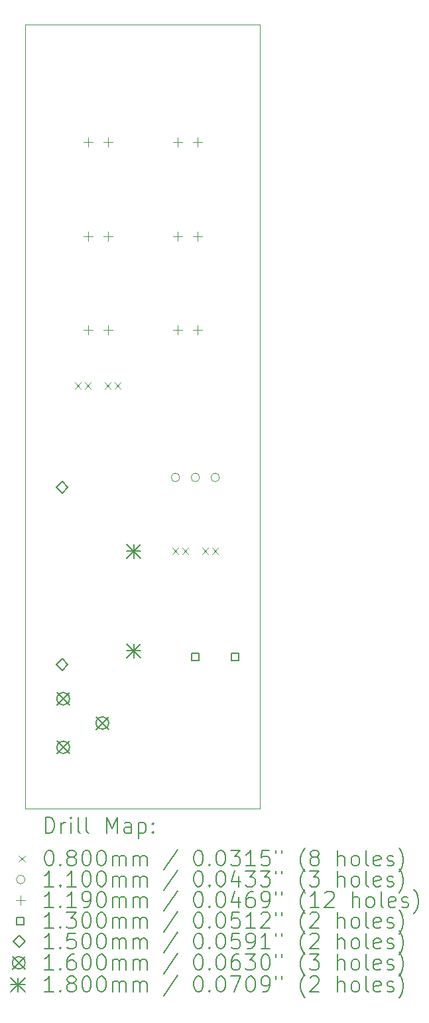
<source format=gbr>
%TF.GenerationSoftware,KiCad,Pcbnew,7.0.5*%
%TF.CreationDate,2024-04-01T13:17:19+02:00*%
%TF.ProjectId,power,706f7765-722e-46b6-9963-61645f706362,rev?*%
%TF.SameCoordinates,Original*%
%TF.FileFunction,Drillmap*%
%TF.FilePolarity,Positive*%
%FSLAX45Y45*%
G04 Gerber Fmt 4.5, Leading zero omitted, Abs format (unit mm)*
G04 Created by KiCad (PCBNEW 7.0.5) date 2024-04-01 13:17:19*
%MOMM*%
%LPD*%
G01*
G04 APERTURE LIST*
%ADD10C,0.050000*%
%ADD11C,0.200000*%
%ADD12C,0.080000*%
%ADD13C,0.110000*%
%ADD14C,0.119000*%
%ADD15C,0.130000*%
%ADD16C,0.150000*%
%ADD17C,0.160000*%
%ADD18C,0.180000*%
G04 APERTURE END LIST*
D10*
X4000000Y-4000000D02*
X7000000Y-4000000D01*
X7000000Y-14000000D01*
X4000000Y-14000000D01*
X4000000Y-4000000D01*
D11*
D12*
X4633600Y-8570600D02*
X4713600Y-8650600D01*
X4713600Y-8570600D02*
X4633600Y-8650600D01*
X4760600Y-8570600D02*
X4840600Y-8650600D01*
X4840600Y-8570600D02*
X4760600Y-8650600D01*
X5014600Y-8570600D02*
X5094600Y-8650600D01*
X5094600Y-8570600D02*
X5014600Y-8650600D01*
X5141600Y-8570600D02*
X5221600Y-8650600D01*
X5221600Y-8570600D02*
X5141600Y-8650600D01*
X5878200Y-10678800D02*
X5958200Y-10758800D01*
X5958200Y-10678800D02*
X5878200Y-10758800D01*
X6005200Y-10678800D02*
X6085200Y-10758800D01*
X6085200Y-10678800D02*
X6005200Y-10758800D01*
X6259200Y-10678800D02*
X6339200Y-10758800D01*
X6339200Y-10678800D02*
X6259200Y-10758800D01*
X6386200Y-10678800D02*
X6466200Y-10758800D01*
X6466200Y-10678800D02*
X6386200Y-10758800D01*
D13*
X5973200Y-9779000D02*
G75*
G03*
X5973200Y-9779000I-55000J0D01*
G01*
X6227200Y-9779000D02*
G75*
G03*
X6227200Y-9779000I-55000J0D01*
G01*
X6481200Y-9779000D02*
G75*
G03*
X6481200Y-9779000I-55000J0D01*
G01*
D14*
X4800000Y-5440500D02*
X4800000Y-5559500D01*
X4740500Y-5500000D02*
X4859500Y-5500000D01*
X4800000Y-6640500D02*
X4800000Y-6759500D01*
X4740500Y-6700000D02*
X4859500Y-6700000D01*
X4800000Y-7840500D02*
X4800000Y-7959500D01*
X4740500Y-7900000D02*
X4859500Y-7900000D01*
X5054000Y-5440500D02*
X5054000Y-5559500D01*
X4994500Y-5500000D02*
X5113500Y-5500000D01*
X5054000Y-6640500D02*
X5054000Y-6759500D01*
X4994500Y-6700000D02*
X5113500Y-6700000D01*
X5054000Y-7840500D02*
X5054000Y-7959500D01*
X4994500Y-7900000D02*
X5113500Y-7900000D01*
X5950000Y-5440500D02*
X5950000Y-5559500D01*
X5890500Y-5500000D02*
X6009500Y-5500000D01*
X5950000Y-6640500D02*
X5950000Y-6759500D01*
X5890500Y-6700000D02*
X6009500Y-6700000D01*
X5950000Y-7840500D02*
X5950000Y-7959500D01*
X5890500Y-7900000D02*
X6009500Y-7900000D01*
X6204000Y-5440500D02*
X6204000Y-5559500D01*
X6144500Y-5500000D02*
X6263500Y-5500000D01*
X6204000Y-6640500D02*
X6204000Y-6759500D01*
X6144500Y-6700000D02*
X6263500Y-6700000D01*
X6204000Y-7840500D02*
X6204000Y-7959500D01*
X6144500Y-7900000D02*
X6263500Y-7900000D01*
D15*
X6218162Y-12110962D02*
X6218162Y-12019038D01*
X6126238Y-12019038D01*
X6126238Y-12110962D01*
X6218162Y-12110962D01*
X6726162Y-12110962D02*
X6726162Y-12019038D01*
X6634238Y-12019038D01*
X6634238Y-12110962D01*
X6726162Y-12110962D01*
D16*
X4470400Y-9981600D02*
X4545400Y-9906600D01*
X4470400Y-9831600D01*
X4395400Y-9906600D01*
X4470400Y-9981600D01*
X4470400Y-12241600D02*
X4545400Y-12166600D01*
X4470400Y-12091600D01*
X4395400Y-12166600D01*
X4470400Y-12241600D01*
D17*
X4405000Y-12520900D02*
X4565000Y-12680900D01*
X4565000Y-12520900D02*
X4405000Y-12680900D01*
X4565000Y-12600900D02*
G75*
G03*
X4565000Y-12600900I-80000J0D01*
G01*
X4405000Y-13140900D02*
X4565000Y-13300900D01*
X4565000Y-13140900D02*
X4405000Y-13300900D01*
X4565000Y-13220900D02*
G75*
G03*
X4565000Y-13220900I-80000J0D01*
G01*
X4905000Y-12830900D02*
X5065000Y-12990900D01*
X5065000Y-12830900D02*
X4905000Y-12990900D01*
X5065000Y-12910900D02*
G75*
G03*
X5065000Y-12910900I-80000J0D01*
G01*
D18*
X5294800Y-10628800D02*
X5474800Y-10808800D01*
X5474800Y-10628800D02*
X5294800Y-10808800D01*
X5384800Y-10628800D02*
X5384800Y-10808800D01*
X5294800Y-10718800D02*
X5474800Y-10718800D01*
X5294800Y-11898800D02*
X5474800Y-12078800D01*
X5474800Y-11898800D02*
X5294800Y-12078800D01*
X5384800Y-11898800D02*
X5384800Y-12078800D01*
X5294800Y-11988800D02*
X5474800Y-11988800D01*
D11*
X4258277Y-14313984D02*
X4258277Y-14113984D01*
X4258277Y-14113984D02*
X4305896Y-14113984D01*
X4305896Y-14113984D02*
X4334467Y-14123508D01*
X4334467Y-14123508D02*
X4353515Y-14142555D01*
X4353515Y-14142555D02*
X4363039Y-14161603D01*
X4363039Y-14161603D02*
X4372563Y-14199698D01*
X4372563Y-14199698D02*
X4372563Y-14228269D01*
X4372563Y-14228269D02*
X4363039Y-14266365D01*
X4363039Y-14266365D02*
X4353515Y-14285412D01*
X4353515Y-14285412D02*
X4334467Y-14304460D01*
X4334467Y-14304460D02*
X4305896Y-14313984D01*
X4305896Y-14313984D02*
X4258277Y-14313984D01*
X4458277Y-14313984D02*
X4458277Y-14180650D01*
X4458277Y-14218746D02*
X4467801Y-14199698D01*
X4467801Y-14199698D02*
X4477324Y-14190174D01*
X4477324Y-14190174D02*
X4496372Y-14180650D01*
X4496372Y-14180650D02*
X4515420Y-14180650D01*
X4582086Y-14313984D02*
X4582086Y-14180650D01*
X4582086Y-14113984D02*
X4572563Y-14123508D01*
X4572563Y-14123508D02*
X4582086Y-14133031D01*
X4582086Y-14133031D02*
X4591610Y-14123508D01*
X4591610Y-14123508D02*
X4582086Y-14113984D01*
X4582086Y-14113984D02*
X4582086Y-14133031D01*
X4705896Y-14313984D02*
X4686848Y-14304460D01*
X4686848Y-14304460D02*
X4677324Y-14285412D01*
X4677324Y-14285412D02*
X4677324Y-14113984D01*
X4810658Y-14313984D02*
X4791610Y-14304460D01*
X4791610Y-14304460D02*
X4782086Y-14285412D01*
X4782086Y-14285412D02*
X4782086Y-14113984D01*
X5039229Y-14313984D02*
X5039229Y-14113984D01*
X5039229Y-14113984D02*
X5105896Y-14256841D01*
X5105896Y-14256841D02*
X5172563Y-14113984D01*
X5172563Y-14113984D02*
X5172563Y-14313984D01*
X5353515Y-14313984D02*
X5353515Y-14209222D01*
X5353515Y-14209222D02*
X5343991Y-14190174D01*
X5343991Y-14190174D02*
X5324944Y-14180650D01*
X5324944Y-14180650D02*
X5286848Y-14180650D01*
X5286848Y-14180650D02*
X5267801Y-14190174D01*
X5353515Y-14304460D02*
X5334467Y-14313984D01*
X5334467Y-14313984D02*
X5286848Y-14313984D01*
X5286848Y-14313984D02*
X5267801Y-14304460D01*
X5267801Y-14304460D02*
X5258277Y-14285412D01*
X5258277Y-14285412D02*
X5258277Y-14266365D01*
X5258277Y-14266365D02*
X5267801Y-14247317D01*
X5267801Y-14247317D02*
X5286848Y-14237793D01*
X5286848Y-14237793D02*
X5334467Y-14237793D01*
X5334467Y-14237793D02*
X5353515Y-14228269D01*
X5448753Y-14180650D02*
X5448753Y-14380650D01*
X5448753Y-14190174D02*
X5467801Y-14180650D01*
X5467801Y-14180650D02*
X5505896Y-14180650D01*
X5505896Y-14180650D02*
X5524944Y-14190174D01*
X5524944Y-14190174D02*
X5534467Y-14199698D01*
X5534467Y-14199698D02*
X5543991Y-14218746D01*
X5543991Y-14218746D02*
X5543991Y-14275888D01*
X5543991Y-14275888D02*
X5534467Y-14294936D01*
X5534467Y-14294936D02*
X5524944Y-14304460D01*
X5524944Y-14304460D02*
X5505896Y-14313984D01*
X5505896Y-14313984D02*
X5467801Y-14313984D01*
X5467801Y-14313984D02*
X5448753Y-14304460D01*
X5629705Y-14294936D02*
X5639229Y-14304460D01*
X5639229Y-14304460D02*
X5629705Y-14313984D01*
X5629705Y-14313984D02*
X5620182Y-14304460D01*
X5620182Y-14304460D02*
X5629705Y-14294936D01*
X5629705Y-14294936D02*
X5629705Y-14313984D01*
X5629705Y-14190174D02*
X5639229Y-14199698D01*
X5639229Y-14199698D02*
X5629705Y-14209222D01*
X5629705Y-14209222D02*
X5620182Y-14199698D01*
X5620182Y-14199698D02*
X5629705Y-14190174D01*
X5629705Y-14190174D02*
X5629705Y-14209222D01*
D12*
X3917500Y-14602500D02*
X3997500Y-14682500D01*
X3997500Y-14602500D02*
X3917500Y-14682500D01*
D11*
X4296372Y-14533984D02*
X4315420Y-14533984D01*
X4315420Y-14533984D02*
X4334467Y-14543508D01*
X4334467Y-14543508D02*
X4343991Y-14553031D01*
X4343991Y-14553031D02*
X4353515Y-14572079D01*
X4353515Y-14572079D02*
X4363039Y-14610174D01*
X4363039Y-14610174D02*
X4363039Y-14657793D01*
X4363039Y-14657793D02*
X4353515Y-14695888D01*
X4353515Y-14695888D02*
X4343991Y-14714936D01*
X4343991Y-14714936D02*
X4334467Y-14724460D01*
X4334467Y-14724460D02*
X4315420Y-14733984D01*
X4315420Y-14733984D02*
X4296372Y-14733984D01*
X4296372Y-14733984D02*
X4277324Y-14724460D01*
X4277324Y-14724460D02*
X4267801Y-14714936D01*
X4267801Y-14714936D02*
X4258277Y-14695888D01*
X4258277Y-14695888D02*
X4248753Y-14657793D01*
X4248753Y-14657793D02*
X4248753Y-14610174D01*
X4248753Y-14610174D02*
X4258277Y-14572079D01*
X4258277Y-14572079D02*
X4267801Y-14553031D01*
X4267801Y-14553031D02*
X4277324Y-14543508D01*
X4277324Y-14543508D02*
X4296372Y-14533984D01*
X4448753Y-14714936D02*
X4458277Y-14724460D01*
X4458277Y-14724460D02*
X4448753Y-14733984D01*
X4448753Y-14733984D02*
X4439229Y-14724460D01*
X4439229Y-14724460D02*
X4448753Y-14714936D01*
X4448753Y-14714936D02*
X4448753Y-14733984D01*
X4572563Y-14619698D02*
X4553515Y-14610174D01*
X4553515Y-14610174D02*
X4543991Y-14600650D01*
X4543991Y-14600650D02*
X4534467Y-14581603D01*
X4534467Y-14581603D02*
X4534467Y-14572079D01*
X4534467Y-14572079D02*
X4543991Y-14553031D01*
X4543991Y-14553031D02*
X4553515Y-14543508D01*
X4553515Y-14543508D02*
X4572563Y-14533984D01*
X4572563Y-14533984D02*
X4610658Y-14533984D01*
X4610658Y-14533984D02*
X4629705Y-14543508D01*
X4629705Y-14543508D02*
X4639229Y-14553031D01*
X4639229Y-14553031D02*
X4648753Y-14572079D01*
X4648753Y-14572079D02*
X4648753Y-14581603D01*
X4648753Y-14581603D02*
X4639229Y-14600650D01*
X4639229Y-14600650D02*
X4629705Y-14610174D01*
X4629705Y-14610174D02*
X4610658Y-14619698D01*
X4610658Y-14619698D02*
X4572563Y-14619698D01*
X4572563Y-14619698D02*
X4553515Y-14629222D01*
X4553515Y-14629222D02*
X4543991Y-14638746D01*
X4543991Y-14638746D02*
X4534467Y-14657793D01*
X4534467Y-14657793D02*
X4534467Y-14695888D01*
X4534467Y-14695888D02*
X4543991Y-14714936D01*
X4543991Y-14714936D02*
X4553515Y-14724460D01*
X4553515Y-14724460D02*
X4572563Y-14733984D01*
X4572563Y-14733984D02*
X4610658Y-14733984D01*
X4610658Y-14733984D02*
X4629705Y-14724460D01*
X4629705Y-14724460D02*
X4639229Y-14714936D01*
X4639229Y-14714936D02*
X4648753Y-14695888D01*
X4648753Y-14695888D02*
X4648753Y-14657793D01*
X4648753Y-14657793D02*
X4639229Y-14638746D01*
X4639229Y-14638746D02*
X4629705Y-14629222D01*
X4629705Y-14629222D02*
X4610658Y-14619698D01*
X4772563Y-14533984D02*
X4791610Y-14533984D01*
X4791610Y-14533984D02*
X4810658Y-14543508D01*
X4810658Y-14543508D02*
X4820182Y-14553031D01*
X4820182Y-14553031D02*
X4829705Y-14572079D01*
X4829705Y-14572079D02*
X4839229Y-14610174D01*
X4839229Y-14610174D02*
X4839229Y-14657793D01*
X4839229Y-14657793D02*
X4829705Y-14695888D01*
X4829705Y-14695888D02*
X4820182Y-14714936D01*
X4820182Y-14714936D02*
X4810658Y-14724460D01*
X4810658Y-14724460D02*
X4791610Y-14733984D01*
X4791610Y-14733984D02*
X4772563Y-14733984D01*
X4772563Y-14733984D02*
X4753515Y-14724460D01*
X4753515Y-14724460D02*
X4743991Y-14714936D01*
X4743991Y-14714936D02*
X4734467Y-14695888D01*
X4734467Y-14695888D02*
X4724944Y-14657793D01*
X4724944Y-14657793D02*
X4724944Y-14610174D01*
X4724944Y-14610174D02*
X4734467Y-14572079D01*
X4734467Y-14572079D02*
X4743991Y-14553031D01*
X4743991Y-14553031D02*
X4753515Y-14543508D01*
X4753515Y-14543508D02*
X4772563Y-14533984D01*
X4963039Y-14533984D02*
X4982086Y-14533984D01*
X4982086Y-14533984D02*
X5001134Y-14543508D01*
X5001134Y-14543508D02*
X5010658Y-14553031D01*
X5010658Y-14553031D02*
X5020182Y-14572079D01*
X5020182Y-14572079D02*
X5029705Y-14610174D01*
X5029705Y-14610174D02*
X5029705Y-14657793D01*
X5029705Y-14657793D02*
X5020182Y-14695888D01*
X5020182Y-14695888D02*
X5010658Y-14714936D01*
X5010658Y-14714936D02*
X5001134Y-14724460D01*
X5001134Y-14724460D02*
X4982086Y-14733984D01*
X4982086Y-14733984D02*
X4963039Y-14733984D01*
X4963039Y-14733984D02*
X4943991Y-14724460D01*
X4943991Y-14724460D02*
X4934467Y-14714936D01*
X4934467Y-14714936D02*
X4924944Y-14695888D01*
X4924944Y-14695888D02*
X4915420Y-14657793D01*
X4915420Y-14657793D02*
X4915420Y-14610174D01*
X4915420Y-14610174D02*
X4924944Y-14572079D01*
X4924944Y-14572079D02*
X4934467Y-14553031D01*
X4934467Y-14553031D02*
X4943991Y-14543508D01*
X4943991Y-14543508D02*
X4963039Y-14533984D01*
X5115420Y-14733984D02*
X5115420Y-14600650D01*
X5115420Y-14619698D02*
X5124944Y-14610174D01*
X5124944Y-14610174D02*
X5143991Y-14600650D01*
X5143991Y-14600650D02*
X5172563Y-14600650D01*
X5172563Y-14600650D02*
X5191610Y-14610174D01*
X5191610Y-14610174D02*
X5201134Y-14629222D01*
X5201134Y-14629222D02*
X5201134Y-14733984D01*
X5201134Y-14629222D02*
X5210658Y-14610174D01*
X5210658Y-14610174D02*
X5229705Y-14600650D01*
X5229705Y-14600650D02*
X5258277Y-14600650D01*
X5258277Y-14600650D02*
X5277325Y-14610174D01*
X5277325Y-14610174D02*
X5286848Y-14629222D01*
X5286848Y-14629222D02*
X5286848Y-14733984D01*
X5382086Y-14733984D02*
X5382086Y-14600650D01*
X5382086Y-14619698D02*
X5391610Y-14610174D01*
X5391610Y-14610174D02*
X5410658Y-14600650D01*
X5410658Y-14600650D02*
X5439229Y-14600650D01*
X5439229Y-14600650D02*
X5458277Y-14610174D01*
X5458277Y-14610174D02*
X5467801Y-14629222D01*
X5467801Y-14629222D02*
X5467801Y-14733984D01*
X5467801Y-14629222D02*
X5477325Y-14610174D01*
X5477325Y-14610174D02*
X5496372Y-14600650D01*
X5496372Y-14600650D02*
X5524944Y-14600650D01*
X5524944Y-14600650D02*
X5543991Y-14610174D01*
X5543991Y-14610174D02*
X5553515Y-14629222D01*
X5553515Y-14629222D02*
X5553515Y-14733984D01*
X5943991Y-14524460D02*
X5772563Y-14781603D01*
X6201134Y-14533984D02*
X6220182Y-14533984D01*
X6220182Y-14533984D02*
X6239229Y-14543508D01*
X6239229Y-14543508D02*
X6248753Y-14553031D01*
X6248753Y-14553031D02*
X6258277Y-14572079D01*
X6258277Y-14572079D02*
X6267801Y-14610174D01*
X6267801Y-14610174D02*
X6267801Y-14657793D01*
X6267801Y-14657793D02*
X6258277Y-14695888D01*
X6258277Y-14695888D02*
X6248753Y-14714936D01*
X6248753Y-14714936D02*
X6239229Y-14724460D01*
X6239229Y-14724460D02*
X6220182Y-14733984D01*
X6220182Y-14733984D02*
X6201134Y-14733984D01*
X6201134Y-14733984D02*
X6182086Y-14724460D01*
X6182086Y-14724460D02*
X6172563Y-14714936D01*
X6172563Y-14714936D02*
X6163039Y-14695888D01*
X6163039Y-14695888D02*
X6153515Y-14657793D01*
X6153515Y-14657793D02*
X6153515Y-14610174D01*
X6153515Y-14610174D02*
X6163039Y-14572079D01*
X6163039Y-14572079D02*
X6172563Y-14553031D01*
X6172563Y-14553031D02*
X6182086Y-14543508D01*
X6182086Y-14543508D02*
X6201134Y-14533984D01*
X6353515Y-14714936D02*
X6363039Y-14724460D01*
X6363039Y-14724460D02*
X6353515Y-14733984D01*
X6353515Y-14733984D02*
X6343991Y-14724460D01*
X6343991Y-14724460D02*
X6353515Y-14714936D01*
X6353515Y-14714936D02*
X6353515Y-14733984D01*
X6486848Y-14533984D02*
X6505896Y-14533984D01*
X6505896Y-14533984D02*
X6524944Y-14543508D01*
X6524944Y-14543508D02*
X6534467Y-14553031D01*
X6534467Y-14553031D02*
X6543991Y-14572079D01*
X6543991Y-14572079D02*
X6553515Y-14610174D01*
X6553515Y-14610174D02*
X6553515Y-14657793D01*
X6553515Y-14657793D02*
X6543991Y-14695888D01*
X6543991Y-14695888D02*
X6534467Y-14714936D01*
X6534467Y-14714936D02*
X6524944Y-14724460D01*
X6524944Y-14724460D02*
X6505896Y-14733984D01*
X6505896Y-14733984D02*
X6486848Y-14733984D01*
X6486848Y-14733984D02*
X6467801Y-14724460D01*
X6467801Y-14724460D02*
X6458277Y-14714936D01*
X6458277Y-14714936D02*
X6448753Y-14695888D01*
X6448753Y-14695888D02*
X6439229Y-14657793D01*
X6439229Y-14657793D02*
X6439229Y-14610174D01*
X6439229Y-14610174D02*
X6448753Y-14572079D01*
X6448753Y-14572079D02*
X6458277Y-14553031D01*
X6458277Y-14553031D02*
X6467801Y-14543508D01*
X6467801Y-14543508D02*
X6486848Y-14533984D01*
X6620182Y-14533984D02*
X6743991Y-14533984D01*
X6743991Y-14533984D02*
X6677325Y-14610174D01*
X6677325Y-14610174D02*
X6705896Y-14610174D01*
X6705896Y-14610174D02*
X6724944Y-14619698D01*
X6724944Y-14619698D02*
X6734467Y-14629222D01*
X6734467Y-14629222D02*
X6743991Y-14648269D01*
X6743991Y-14648269D02*
X6743991Y-14695888D01*
X6743991Y-14695888D02*
X6734467Y-14714936D01*
X6734467Y-14714936D02*
X6724944Y-14724460D01*
X6724944Y-14724460D02*
X6705896Y-14733984D01*
X6705896Y-14733984D02*
X6648753Y-14733984D01*
X6648753Y-14733984D02*
X6629706Y-14724460D01*
X6629706Y-14724460D02*
X6620182Y-14714936D01*
X6934467Y-14733984D02*
X6820182Y-14733984D01*
X6877325Y-14733984D02*
X6877325Y-14533984D01*
X6877325Y-14533984D02*
X6858277Y-14562555D01*
X6858277Y-14562555D02*
X6839229Y-14581603D01*
X6839229Y-14581603D02*
X6820182Y-14591127D01*
X7115420Y-14533984D02*
X7020182Y-14533984D01*
X7020182Y-14533984D02*
X7010658Y-14629222D01*
X7010658Y-14629222D02*
X7020182Y-14619698D01*
X7020182Y-14619698D02*
X7039229Y-14610174D01*
X7039229Y-14610174D02*
X7086848Y-14610174D01*
X7086848Y-14610174D02*
X7105896Y-14619698D01*
X7105896Y-14619698D02*
X7115420Y-14629222D01*
X7115420Y-14629222D02*
X7124944Y-14648269D01*
X7124944Y-14648269D02*
X7124944Y-14695888D01*
X7124944Y-14695888D02*
X7115420Y-14714936D01*
X7115420Y-14714936D02*
X7105896Y-14724460D01*
X7105896Y-14724460D02*
X7086848Y-14733984D01*
X7086848Y-14733984D02*
X7039229Y-14733984D01*
X7039229Y-14733984D02*
X7020182Y-14724460D01*
X7020182Y-14724460D02*
X7010658Y-14714936D01*
X7201134Y-14533984D02*
X7201134Y-14572079D01*
X7277325Y-14533984D02*
X7277325Y-14572079D01*
X7572563Y-14810174D02*
X7563039Y-14800650D01*
X7563039Y-14800650D02*
X7543991Y-14772079D01*
X7543991Y-14772079D02*
X7534468Y-14753031D01*
X7534468Y-14753031D02*
X7524944Y-14724460D01*
X7524944Y-14724460D02*
X7515420Y-14676841D01*
X7515420Y-14676841D02*
X7515420Y-14638746D01*
X7515420Y-14638746D02*
X7524944Y-14591127D01*
X7524944Y-14591127D02*
X7534468Y-14562555D01*
X7534468Y-14562555D02*
X7543991Y-14543508D01*
X7543991Y-14543508D02*
X7563039Y-14514936D01*
X7563039Y-14514936D02*
X7572563Y-14505412D01*
X7677325Y-14619698D02*
X7658277Y-14610174D01*
X7658277Y-14610174D02*
X7648753Y-14600650D01*
X7648753Y-14600650D02*
X7639229Y-14581603D01*
X7639229Y-14581603D02*
X7639229Y-14572079D01*
X7639229Y-14572079D02*
X7648753Y-14553031D01*
X7648753Y-14553031D02*
X7658277Y-14543508D01*
X7658277Y-14543508D02*
X7677325Y-14533984D01*
X7677325Y-14533984D02*
X7715420Y-14533984D01*
X7715420Y-14533984D02*
X7734468Y-14543508D01*
X7734468Y-14543508D02*
X7743991Y-14553031D01*
X7743991Y-14553031D02*
X7753515Y-14572079D01*
X7753515Y-14572079D02*
X7753515Y-14581603D01*
X7753515Y-14581603D02*
X7743991Y-14600650D01*
X7743991Y-14600650D02*
X7734468Y-14610174D01*
X7734468Y-14610174D02*
X7715420Y-14619698D01*
X7715420Y-14619698D02*
X7677325Y-14619698D01*
X7677325Y-14619698D02*
X7658277Y-14629222D01*
X7658277Y-14629222D02*
X7648753Y-14638746D01*
X7648753Y-14638746D02*
X7639229Y-14657793D01*
X7639229Y-14657793D02*
X7639229Y-14695888D01*
X7639229Y-14695888D02*
X7648753Y-14714936D01*
X7648753Y-14714936D02*
X7658277Y-14724460D01*
X7658277Y-14724460D02*
X7677325Y-14733984D01*
X7677325Y-14733984D02*
X7715420Y-14733984D01*
X7715420Y-14733984D02*
X7734468Y-14724460D01*
X7734468Y-14724460D02*
X7743991Y-14714936D01*
X7743991Y-14714936D02*
X7753515Y-14695888D01*
X7753515Y-14695888D02*
X7753515Y-14657793D01*
X7753515Y-14657793D02*
X7743991Y-14638746D01*
X7743991Y-14638746D02*
X7734468Y-14629222D01*
X7734468Y-14629222D02*
X7715420Y-14619698D01*
X7991610Y-14733984D02*
X7991610Y-14533984D01*
X8077325Y-14733984D02*
X8077325Y-14629222D01*
X8077325Y-14629222D02*
X8067801Y-14610174D01*
X8067801Y-14610174D02*
X8048753Y-14600650D01*
X8048753Y-14600650D02*
X8020182Y-14600650D01*
X8020182Y-14600650D02*
X8001134Y-14610174D01*
X8001134Y-14610174D02*
X7991610Y-14619698D01*
X8201134Y-14733984D02*
X8182087Y-14724460D01*
X8182087Y-14724460D02*
X8172563Y-14714936D01*
X8172563Y-14714936D02*
X8163039Y-14695888D01*
X8163039Y-14695888D02*
X8163039Y-14638746D01*
X8163039Y-14638746D02*
X8172563Y-14619698D01*
X8172563Y-14619698D02*
X8182087Y-14610174D01*
X8182087Y-14610174D02*
X8201134Y-14600650D01*
X8201134Y-14600650D02*
X8229706Y-14600650D01*
X8229706Y-14600650D02*
X8248753Y-14610174D01*
X8248753Y-14610174D02*
X8258277Y-14619698D01*
X8258277Y-14619698D02*
X8267801Y-14638746D01*
X8267801Y-14638746D02*
X8267801Y-14695888D01*
X8267801Y-14695888D02*
X8258277Y-14714936D01*
X8258277Y-14714936D02*
X8248753Y-14724460D01*
X8248753Y-14724460D02*
X8229706Y-14733984D01*
X8229706Y-14733984D02*
X8201134Y-14733984D01*
X8382087Y-14733984D02*
X8363039Y-14724460D01*
X8363039Y-14724460D02*
X8353515Y-14705412D01*
X8353515Y-14705412D02*
X8353515Y-14533984D01*
X8534468Y-14724460D02*
X8515420Y-14733984D01*
X8515420Y-14733984D02*
X8477325Y-14733984D01*
X8477325Y-14733984D02*
X8458277Y-14724460D01*
X8458277Y-14724460D02*
X8448753Y-14705412D01*
X8448753Y-14705412D02*
X8448753Y-14629222D01*
X8448753Y-14629222D02*
X8458277Y-14610174D01*
X8458277Y-14610174D02*
X8477325Y-14600650D01*
X8477325Y-14600650D02*
X8515420Y-14600650D01*
X8515420Y-14600650D02*
X8534468Y-14610174D01*
X8534468Y-14610174D02*
X8543992Y-14629222D01*
X8543992Y-14629222D02*
X8543992Y-14648269D01*
X8543992Y-14648269D02*
X8448753Y-14667317D01*
X8620182Y-14724460D02*
X8639230Y-14733984D01*
X8639230Y-14733984D02*
X8677325Y-14733984D01*
X8677325Y-14733984D02*
X8696373Y-14724460D01*
X8696373Y-14724460D02*
X8705896Y-14705412D01*
X8705896Y-14705412D02*
X8705896Y-14695888D01*
X8705896Y-14695888D02*
X8696373Y-14676841D01*
X8696373Y-14676841D02*
X8677325Y-14667317D01*
X8677325Y-14667317D02*
X8648753Y-14667317D01*
X8648753Y-14667317D02*
X8629706Y-14657793D01*
X8629706Y-14657793D02*
X8620182Y-14638746D01*
X8620182Y-14638746D02*
X8620182Y-14629222D01*
X8620182Y-14629222D02*
X8629706Y-14610174D01*
X8629706Y-14610174D02*
X8648753Y-14600650D01*
X8648753Y-14600650D02*
X8677325Y-14600650D01*
X8677325Y-14600650D02*
X8696373Y-14610174D01*
X8772563Y-14810174D02*
X8782087Y-14800650D01*
X8782087Y-14800650D02*
X8801134Y-14772079D01*
X8801134Y-14772079D02*
X8810658Y-14753031D01*
X8810658Y-14753031D02*
X8820182Y-14724460D01*
X8820182Y-14724460D02*
X8829706Y-14676841D01*
X8829706Y-14676841D02*
X8829706Y-14638746D01*
X8829706Y-14638746D02*
X8820182Y-14591127D01*
X8820182Y-14591127D02*
X8810658Y-14562555D01*
X8810658Y-14562555D02*
X8801134Y-14543508D01*
X8801134Y-14543508D02*
X8782087Y-14514936D01*
X8782087Y-14514936D02*
X8772563Y-14505412D01*
D13*
X3997500Y-14906500D02*
G75*
G03*
X3997500Y-14906500I-55000J0D01*
G01*
D11*
X4363039Y-14997984D02*
X4248753Y-14997984D01*
X4305896Y-14997984D02*
X4305896Y-14797984D01*
X4305896Y-14797984D02*
X4286848Y-14826555D01*
X4286848Y-14826555D02*
X4267801Y-14845603D01*
X4267801Y-14845603D02*
X4248753Y-14855127D01*
X4448753Y-14978936D02*
X4458277Y-14988460D01*
X4458277Y-14988460D02*
X4448753Y-14997984D01*
X4448753Y-14997984D02*
X4439229Y-14988460D01*
X4439229Y-14988460D02*
X4448753Y-14978936D01*
X4448753Y-14978936D02*
X4448753Y-14997984D01*
X4648753Y-14997984D02*
X4534467Y-14997984D01*
X4591610Y-14997984D02*
X4591610Y-14797984D01*
X4591610Y-14797984D02*
X4572563Y-14826555D01*
X4572563Y-14826555D02*
X4553515Y-14845603D01*
X4553515Y-14845603D02*
X4534467Y-14855127D01*
X4772563Y-14797984D02*
X4791610Y-14797984D01*
X4791610Y-14797984D02*
X4810658Y-14807508D01*
X4810658Y-14807508D02*
X4820182Y-14817031D01*
X4820182Y-14817031D02*
X4829705Y-14836079D01*
X4829705Y-14836079D02*
X4839229Y-14874174D01*
X4839229Y-14874174D02*
X4839229Y-14921793D01*
X4839229Y-14921793D02*
X4829705Y-14959888D01*
X4829705Y-14959888D02*
X4820182Y-14978936D01*
X4820182Y-14978936D02*
X4810658Y-14988460D01*
X4810658Y-14988460D02*
X4791610Y-14997984D01*
X4791610Y-14997984D02*
X4772563Y-14997984D01*
X4772563Y-14997984D02*
X4753515Y-14988460D01*
X4753515Y-14988460D02*
X4743991Y-14978936D01*
X4743991Y-14978936D02*
X4734467Y-14959888D01*
X4734467Y-14959888D02*
X4724944Y-14921793D01*
X4724944Y-14921793D02*
X4724944Y-14874174D01*
X4724944Y-14874174D02*
X4734467Y-14836079D01*
X4734467Y-14836079D02*
X4743991Y-14817031D01*
X4743991Y-14817031D02*
X4753515Y-14807508D01*
X4753515Y-14807508D02*
X4772563Y-14797984D01*
X4963039Y-14797984D02*
X4982086Y-14797984D01*
X4982086Y-14797984D02*
X5001134Y-14807508D01*
X5001134Y-14807508D02*
X5010658Y-14817031D01*
X5010658Y-14817031D02*
X5020182Y-14836079D01*
X5020182Y-14836079D02*
X5029705Y-14874174D01*
X5029705Y-14874174D02*
X5029705Y-14921793D01*
X5029705Y-14921793D02*
X5020182Y-14959888D01*
X5020182Y-14959888D02*
X5010658Y-14978936D01*
X5010658Y-14978936D02*
X5001134Y-14988460D01*
X5001134Y-14988460D02*
X4982086Y-14997984D01*
X4982086Y-14997984D02*
X4963039Y-14997984D01*
X4963039Y-14997984D02*
X4943991Y-14988460D01*
X4943991Y-14988460D02*
X4934467Y-14978936D01*
X4934467Y-14978936D02*
X4924944Y-14959888D01*
X4924944Y-14959888D02*
X4915420Y-14921793D01*
X4915420Y-14921793D02*
X4915420Y-14874174D01*
X4915420Y-14874174D02*
X4924944Y-14836079D01*
X4924944Y-14836079D02*
X4934467Y-14817031D01*
X4934467Y-14817031D02*
X4943991Y-14807508D01*
X4943991Y-14807508D02*
X4963039Y-14797984D01*
X5115420Y-14997984D02*
X5115420Y-14864650D01*
X5115420Y-14883698D02*
X5124944Y-14874174D01*
X5124944Y-14874174D02*
X5143991Y-14864650D01*
X5143991Y-14864650D02*
X5172563Y-14864650D01*
X5172563Y-14864650D02*
X5191610Y-14874174D01*
X5191610Y-14874174D02*
X5201134Y-14893222D01*
X5201134Y-14893222D02*
X5201134Y-14997984D01*
X5201134Y-14893222D02*
X5210658Y-14874174D01*
X5210658Y-14874174D02*
X5229705Y-14864650D01*
X5229705Y-14864650D02*
X5258277Y-14864650D01*
X5258277Y-14864650D02*
X5277325Y-14874174D01*
X5277325Y-14874174D02*
X5286848Y-14893222D01*
X5286848Y-14893222D02*
X5286848Y-14997984D01*
X5382086Y-14997984D02*
X5382086Y-14864650D01*
X5382086Y-14883698D02*
X5391610Y-14874174D01*
X5391610Y-14874174D02*
X5410658Y-14864650D01*
X5410658Y-14864650D02*
X5439229Y-14864650D01*
X5439229Y-14864650D02*
X5458277Y-14874174D01*
X5458277Y-14874174D02*
X5467801Y-14893222D01*
X5467801Y-14893222D02*
X5467801Y-14997984D01*
X5467801Y-14893222D02*
X5477325Y-14874174D01*
X5477325Y-14874174D02*
X5496372Y-14864650D01*
X5496372Y-14864650D02*
X5524944Y-14864650D01*
X5524944Y-14864650D02*
X5543991Y-14874174D01*
X5543991Y-14874174D02*
X5553515Y-14893222D01*
X5553515Y-14893222D02*
X5553515Y-14997984D01*
X5943991Y-14788460D02*
X5772563Y-15045603D01*
X6201134Y-14797984D02*
X6220182Y-14797984D01*
X6220182Y-14797984D02*
X6239229Y-14807508D01*
X6239229Y-14807508D02*
X6248753Y-14817031D01*
X6248753Y-14817031D02*
X6258277Y-14836079D01*
X6258277Y-14836079D02*
X6267801Y-14874174D01*
X6267801Y-14874174D02*
X6267801Y-14921793D01*
X6267801Y-14921793D02*
X6258277Y-14959888D01*
X6258277Y-14959888D02*
X6248753Y-14978936D01*
X6248753Y-14978936D02*
X6239229Y-14988460D01*
X6239229Y-14988460D02*
X6220182Y-14997984D01*
X6220182Y-14997984D02*
X6201134Y-14997984D01*
X6201134Y-14997984D02*
X6182086Y-14988460D01*
X6182086Y-14988460D02*
X6172563Y-14978936D01*
X6172563Y-14978936D02*
X6163039Y-14959888D01*
X6163039Y-14959888D02*
X6153515Y-14921793D01*
X6153515Y-14921793D02*
X6153515Y-14874174D01*
X6153515Y-14874174D02*
X6163039Y-14836079D01*
X6163039Y-14836079D02*
X6172563Y-14817031D01*
X6172563Y-14817031D02*
X6182086Y-14807508D01*
X6182086Y-14807508D02*
X6201134Y-14797984D01*
X6353515Y-14978936D02*
X6363039Y-14988460D01*
X6363039Y-14988460D02*
X6353515Y-14997984D01*
X6353515Y-14997984D02*
X6343991Y-14988460D01*
X6343991Y-14988460D02*
X6353515Y-14978936D01*
X6353515Y-14978936D02*
X6353515Y-14997984D01*
X6486848Y-14797984D02*
X6505896Y-14797984D01*
X6505896Y-14797984D02*
X6524944Y-14807508D01*
X6524944Y-14807508D02*
X6534467Y-14817031D01*
X6534467Y-14817031D02*
X6543991Y-14836079D01*
X6543991Y-14836079D02*
X6553515Y-14874174D01*
X6553515Y-14874174D02*
X6553515Y-14921793D01*
X6553515Y-14921793D02*
X6543991Y-14959888D01*
X6543991Y-14959888D02*
X6534467Y-14978936D01*
X6534467Y-14978936D02*
X6524944Y-14988460D01*
X6524944Y-14988460D02*
X6505896Y-14997984D01*
X6505896Y-14997984D02*
X6486848Y-14997984D01*
X6486848Y-14997984D02*
X6467801Y-14988460D01*
X6467801Y-14988460D02*
X6458277Y-14978936D01*
X6458277Y-14978936D02*
X6448753Y-14959888D01*
X6448753Y-14959888D02*
X6439229Y-14921793D01*
X6439229Y-14921793D02*
X6439229Y-14874174D01*
X6439229Y-14874174D02*
X6448753Y-14836079D01*
X6448753Y-14836079D02*
X6458277Y-14817031D01*
X6458277Y-14817031D02*
X6467801Y-14807508D01*
X6467801Y-14807508D02*
X6486848Y-14797984D01*
X6724944Y-14864650D02*
X6724944Y-14997984D01*
X6677325Y-14788460D02*
X6629706Y-14931317D01*
X6629706Y-14931317D02*
X6753515Y-14931317D01*
X6810658Y-14797984D02*
X6934467Y-14797984D01*
X6934467Y-14797984D02*
X6867801Y-14874174D01*
X6867801Y-14874174D02*
X6896372Y-14874174D01*
X6896372Y-14874174D02*
X6915420Y-14883698D01*
X6915420Y-14883698D02*
X6924944Y-14893222D01*
X6924944Y-14893222D02*
X6934467Y-14912269D01*
X6934467Y-14912269D02*
X6934467Y-14959888D01*
X6934467Y-14959888D02*
X6924944Y-14978936D01*
X6924944Y-14978936D02*
X6915420Y-14988460D01*
X6915420Y-14988460D02*
X6896372Y-14997984D01*
X6896372Y-14997984D02*
X6839229Y-14997984D01*
X6839229Y-14997984D02*
X6820182Y-14988460D01*
X6820182Y-14988460D02*
X6810658Y-14978936D01*
X7001134Y-14797984D02*
X7124944Y-14797984D01*
X7124944Y-14797984D02*
X7058277Y-14874174D01*
X7058277Y-14874174D02*
X7086848Y-14874174D01*
X7086848Y-14874174D02*
X7105896Y-14883698D01*
X7105896Y-14883698D02*
X7115420Y-14893222D01*
X7115420Y-14893222D02*
X7124944Y-14912269D01*
X7124944Y-14912269D02*
X7124944Y-14959888D01*
X7124944Y-14959888D02*
X7115420Y-14978936D01*
X7115420Y-14978936D02*
X7105896Y-14988460D01*
X7105896Y-14988460D02*
X7086848Y-14997984D01*
X7086848Y-14997984D02*
X7029706Y-14997984D01*
X7029706Y-14997984D02*
X7010658Y-14988460D01*
X7010658Y-14988460D02*
X7001134Y-14978936D01*
X7201134Y-14797984D02*
X7201134Y-14836079D01*
X7277325Y-14797984D02*
X7277325Y-14836079D01*
X7572563Y-15074174D02*
X7563039Y-15064650D01*
X7563039Y-15064650D02*
X7543991Y-15036079D01*
X7543991Y-15036079D02*
X7534468Y-15017031D01*
X7534468Y-15017031D02*
X7524944Y-14988460D01*
X7524944Y-14988460D02*
X7515420Y-14940841D01*
X7515420Y-14940841D02*
X7515420Y-14902746D01*
X7515420Y-14902746D02*
X7524944Y-14855127D01*
X7524944Y-14855127D02*
X7534468Y-14826555D01*
X7534468Y-14826555D02*
X7543991Y-14807508D01*
X7543991Y-14807508D02*
X7563039Y-14778936D01*
X7563039Y-14778936D02*
X7572563Y-14769412D01*
X7629706Y-14797984D02*
X7753515Y-14797984D01*
X7753515Y-14797984D02*
X7686848Y-14874174D01*
X7686848Y-14874174D02*
X7715420Y-14874174D01*
X7715420Y-14874174D02*
X7734468Y-14883698D01*
X7734468Y-14883698D02*
X7743991Y-14893222D01*
X7743991Y-14893222D02*
X7753515Y-14912269D01*
X7753515Y-14912269D02*
X7753515Y-14959888D01*
X7753515Y-14959888D02*
X7743991Y-14978936D01*
X7743991Y-14978936D02*
X7734468Y-14988460D01*
X7734468Y-14988460D02*
X7715420Y-14997984D01*
X7715420Y-14997984D02*
X7658277Y-14997984D01*
X7658277Y-14997984D02*
X7639229Y-14988460D01*
X7639229Y-14988460D02*
X7629706Y-14978936D01*
X7991610Y-14997984D02*
X7991610Y-14797984D01*
X8077325Y-14997984D02*
X8077325Y-14893222D01*
X8077325Y-14893222D02*
X8067801Y-14874174D01*
X8067801Y-14874174D02*
X8048753Y-14864650D01*
X8048753Y-14864650D02*
X8020182Y-14864650D01*
X8020182Y-14864650D02*
X8001134Y-14874174D01*
X8001134Y-14874174D02*
X7991610Y-14883698D01*
X8201134Y-14997984D02*
X8182087Y-14988460D01*
X8182087Y-14988460D02*
X8172563Y-14978936D01*
X8172563Y-14978936D02*
X8163039Y-14959888D01*
X8163039Y-14959888D02*
X8163039Y-14902746D01*
X8163039Y-14902746D02*
X8172563Y-14883698D01*
X8172563Y-14883698D02*
X8182087Y-14874174D01*
X8182087Y-14874174D02*
X8201134Y-14864650D01*
X8201134Y-14864650D02*
X8229706Y-14864650D01*
X8229706Y-14864650D02*
X8248753Y-14874174D01*
X8248753Y-14874174D02*
X8258277Y-14883698D01*
X8258277Y-14883698D02*
X8267801Y-14902746D01*
X8267801Y-14902746D02*
X8267801Y-14959888D01*
X8267801Y-14959888D02*
X8258277Y-14978936D01*
X8258277Y-14978936D02*
X8248753Y-14988460D01*
X8248753Y-14988460D02*
X8229706Y-14997984D01*
X8229706Y-14997984D02*
X8201134Y-14997984D01*
X8382087Y-14997984D02*
X8363039Y-14988460D01*
X8363039Y-14988460D02*
X8353515Y-14969412D01*
X8353515Y-14969412D02*
X8353515Y-14797984D01*
X8534468Y-14988460D02*
X8515420Y-14997984D01*
X8515420Y-14997984D02*
X8477325Y-14997984D01*
X8477325Y-14997984D02*
X8458277Y-14988460D01*
X8458277Y-14988460D02*
X8448753Y-14969412D01*
X8448753Y-14969412D02*
X8448753Y-14893222D01*
X8448753Y-14893222D02*
X8458277Y-14874174D01*
X8458277Y-14874174D02*
X8477325Y-14864650D01*
X8477325Y-14864650D02*
X8515420Y-14864650D01*
X8515420Y-14864650D02*
X8534468Y-14874174D01*
X8534468Y-14874174D02*
X8543992Y-14893222D01*
X8543992Y-14893222D02*
X8543992Y-14912269D01*
X8543992Y-14912269D02*
X8448753Y-14931317D01*
X8620182Y-14988460D02*
X8639230Y-14997984D01*
X8639230Y-14997984D02*
X8677325Y-14997984D01*
X8677325Y-14997984D02*
X8696373Y-14988460D01*
X8696373Y-14988460D02*
X8705896Y-14969412D01*
X8705896Y-14969412D02*
X8705896Y-14959888D01*
X8705896Y-14959888D02*
X8696373Y-14940841D01*
X8696373Y-14940841D02*
X8677325Y-14931317D01*
X8677325Y-14931317D02*
X8648753Y-14931317D01*
X8648753Y-14931317D02*
X8629706Y-14921793D01*
X8629706Y-14921793D02*
X8620182Y-14902746D01*
X8620182Y-14902746D02*
X8620182Y-14893222D01*
X8620182Y-14893222D02*
X8629706Y-14874174D01*
X8629706Y-14874174D02*
X8648753Y-14864650D01*
X8648753Y-14864650D02*
X8677325Y-14864650D01*
X8677325Y-14864650D02*
X8696373Y-14874174D01*
X8772563Y-15074174D02*
X8782087Y-15064650D01*
X8782087Y-15064650D02*
X8801134Y-15036079D01*
X8801134Y-15036079D02*
X8810658Y-15017031D01*
X8810658Y-15017031D02*
X8820182Y-14988460D01*
X8820182Y-14988460D02*
X8829706Y-14940841D01*
X8829706Y-14940841D02*
X8829706Y-14902746D01*
X8829706Y-14902746D02*
X8820182Y-14855127D01*
X8820182Y-14855127D02*
X8810658Y-14826555D01*
X8810658Y-14826555D02*
X8801134Y-14807508D01*
X8801134Y-14807508D02*
X8782087Y-14778936D01*
X8782087Y-14778936D02*
X8772563Y-14769412D01*
D14*
X3938000Y-15111000D02*
X3938000Y-15230000D01*
X3878500Y-15170500D02*
X3997500Y-15170500D01*
D11*
X4363039Y-15261984D02*
X4248753Y-15261984D01*
X4305896Y-15261984D02*
X4305896Y-15061984D01*
X4305896Y-15061984D02*
X4286848Y-15090555D01*
X4286848Y-15090555D02*
X4267801Y-15109603D01*
X4267801Y-15109603D02*
X4248753Y-15119127D01*
X4448753Y-15242936D02*
X4458277Y-15252460D01*
X4458277Y-15252460D02*
X4448753Y-15261984D01*
X4448753Y-15261984D02*
X4439229Y-15252460D01*
X4439229Y-15252460D02*
X4448753Y-15242936D01*
X4448753Y-15242936D02*
X4448753Y-15261984D01*
X4648753Y-15261984D02*
X4534467Y-15261984D01*
X4591610Y-15261984D02*
X4591610Y-15061984D01*
X4591610Y-15061984D02*
X4572563Y-15090555D01*
X4572563Y-15090555D02*
X4553515Y-15109603D01*
X4553515Y-15109603D02*
X4534467Y-15119127D01*
X4743991Y-15261984D02*
X4782086Y-15261984D01*
X4782086Y-15261984D02*
X4801134Y-15252460D01*
X4801134Y-15252460D02*
X4810658Y-15242936D01*
X4810658Y-15242936D02*
X4829705Y-15214365D01*
X4829705Y-15214365D02*
X4839229Y-15176269D01*
X4839229Y-15176269D02*
X4839229Y-15100079D01*
X4839229Y-15100079D02*
X4829705Y-15081031D01*
X4829705Y-15081031D02*
X4820182Y-15071508D01*
X4820182Y-15071508D02*
X4801134Y-15061984D01*
X4801134Y-15061984D02*
X4763039Y-15061984D01*
X4763039Y-15061984D02*
X4743991Y-15071508D01*
X4743991Y-15071508D02*
X4734467Y-15081031D01*
X4734467Y-15081031D02*
X4724944Y-15100079D01*
X4724944Y-15100079D02*
X4724944Y-15147698D01*
X4724944Y-15147698D02*
X4734467Y-15166746D01*
X4734467Y-15166746D02*
X4743991Y-15176269D01*
X4743991Y-15176269D02*
X4763039Y-15185793D01*
X4763039Y-15185793D02*
X4801134Y-15185793D01*
X4801134Y-15185793D02*
X4820182Y-15176269D01*
X4820182Y-15176269D02*
X4829705Y-15166746D01*
X4829705Y-15166746D02*
X4839229Y-15147698D01*
X4963039Y-15061984D02*
X4982086Y-15061984D01*
X4982086Y-15061984D02*
X5001134Y-15071508D01*
X5001134Y-15071508D02*
X5010658Y-15081031D01*
X5010658Y-15081031D02*
X5020182Y-15100079D01*
X5020182Y-15100079D02*
X5029705Y-15138174D01*
X5029705Y-15138174D02*
X5029705Y-15185793D01*
X5029705Y-15185793D02*
X5020182Y-15223888D01*
X5020182Y-15223888D02*
X5010658Y-15242936D01*
X5010658Y-15242936D02*
X5001134Y-15252460D01*
X5001134Y-15252460D02*
X4982086Y-15261984D01*
X4982086Y-15261984D02*
X4963039Y-15261984D01*
X4963039Y-15261984D02*
X4943991Y-15252460D01*
X4943991Y-15252460D02*
X4934467Y-15242936D01*
X4934467Y-15242936D02*
X4924944Y-15223888D01*
X4924944Y-15223888D02*
X4915420Y-15185793D01*
X4915420Y-15185793D02*
X4915420Y-15138174D01*
X4915420Y-15138174D02*
X4924944Y-15100079D01*
X4924944Y-15100079D02*
X4934467Y-15081031D01*
X4934467Y-15081031D02*
X4943991Y-15071508D01*
X4943991Y-15071508D02*
X4963039Y-15061984D01*
X5115420Y-15261984D02*
X5115420Y-15128650D01*
X5115420Y-15147698D02*
X5124944Y-15138174D01*
X5124944Y-15138174D02*
X5143991Y-15128650D01*
X5143991Y-15128650D02*
X5172563Y-15128650D01*
X5172563Y-15128650D02*
X5191610Y-15138174D01*
X5191610Y-15138174D02*
X5201134Y-15157222D01*
X5201134Y-15157222D02*
X5201134Y-15261984D01*
X5201134Y-15157222D02*
X5210658Y-15138174D01*
X5210658Y-15138174D02*
X5229705Y-15128650D01*
X5229705Y-15128650D02*
X5258277Y-15128650D01*
X5258277Y-15128650D02*
X5277325Y-15138174D01*
X5277325Y-15138174D02*
X5286848Y-15157222D01*
X5286848Y-15157222D02*
X5286848Y-15261984D01*
X5382086Y-15261984D02*
X5382086Y-15128650D01*
X5382086Y-15147698D02*
X5391610Y-15138174D01*
X5391610Y-15138174D02*
X5410658Y-15128650D01*
X5410658Y-15128650D02*
X5439229Y-15128650D01*
X5439229Y-15128650D02*
X5458277Y-15138174D01*
X5458277Y-15138174D02*
X5467801Y-15157222D01*
X5467801Y-15157222D02*
X5467801Y-15261984D01*
X5467801Y-15157222D02*
X5477325Y-15138174D01*
X5477325Y-15138174D02*
X5496372Y-15128650D01*
X5496372Y-15128650D02*
X5524944Y-15128650D01*
X5524944Y-15128650D02*
X5543991Y-15138174D01*
X5543991Y-15138174D02*
X5553515Y-15157222D01*
X5553515Y-15157222D02*
X5553515Y-15261984D01*
X5943991Y-15052460D02*
X5772563Y-15309603D01*
X6201134Y-15061984D02*
X6220182Y-15061984D01*
X6220182Y-15061984D02*
X6239229Y-15071508D01*
X6239229Y-15071508D02*
X6248753Y-15081031D01*
X6248753Y-15081031D02*
X6258277Y-15100079D01*
X6258277Y-15100079D02*
X6267801Y-15138174D01*
X6267801Y-15138174D02*
X6267801Y-15185793D01*
X6267801Y-15185793D02*
X6258277Y-15223888D01*
X6258277Y-15223888D02*
X6248753Y-15242936D01*
X6248753Y-15242936D02*
X6239229Y-15252460D01*
X6239229Y-15252460D02*
X6220182Y-15261984D01*
X6220182Y-15261984D02*
X6201134Y-15261984D01*
X6201134Y-15261984D02*
X6182086Y-15252460D01*
X6182086Y-15252460D02*
X6172563Y-15242936D01*
X6172563Y-15242936D02*
X6163039Y-15223888D01*
X6163039Y-15223888D02*
X6153515Y-15185793D01*
X6153515Y-15185793D02*
X6153515Y-15138174D01*
X6153515Y-15138174D02*
X6163039Y-15100079D01*
X6163039Y-15100079D02*
X6172563Y-15081031D01*
X6172563Y-15081031D02*
X6182086Y-15071508D01*
X6182086Y-15071508D02*
X6201134Y-15061984D01*
X6353515Y-15242936D02*
X6363039Y-15252460D01*
X6363039Y-15252460D02*
X6353515Y-15261984D01*
X6353515Y-15261984D02*
X6343991Y-15252460D01*
X6343991Y-15252460D02*
X6353515Y-15242936D01*
X6353515Y-15242936D02*
X6353515Y-15261984D01*
X6486848Y-15061984D02*
X6505896Y-15061984D01*
X6505896Y-15061984D02*
X6524944Y-15071508D01*
X6524944Y-15071508D02*
X6534467Y-15081031D01*
X6534467Y-15081031D02*
X6543991Y-15100079D01*
X6543991Y-15100079D02*
X6553515Y-15138174D01*
X6553515Y-15138174D02*
X6553515Y-15185793D01*
X6553515Y-15185793D02*
X6543991Y-15223888D01*
X6543991Y-15223888D02*
X6534467Y-15242936D01*
X6534467Y-15242936D02*
X6524944Y-15252460D01*
X6524944Y-15252460D02*
X6505896Y-15261984D01*
X6505896Y-15261984D02*
X6486848Y-15261984D01*
X6486848Y-15261984D02*
X6467801Y-15252460D01*
X6467801Y-15252460D02*
X6458277Y-15242936D01*
X6458277Y-15242936D02*
X6448753Y-15223888D01*
X6448753Y-15223888D02*
X6439229Y-15185793D01*
X6439229Y-15185793D02*
X6439229Y-15138174D01*
X6439229Y-15138174D02*
X6448753Y-15100079D01*
X6448753Y-15100079D02*
X6458277Y-15081031D01*
X6458277Y-15081031D02*
X6467801Y-15071508D01*
X6467801Y-15071508D02*
X6486848Y-15061984D01*
X6724944Y-15128650D02*
X6724944Y-15261984D01*
X6677325Y-15052460D02*
X6629706Y-15195317D01*
X6629706Y-15195317D02*
X6753515Y-15195317D01*
X6915420Y-15061984D02*
X6877325Y-15061984D01*
X6877325Y-15061984D02*
X6858277Y-15071508D01*
X6858277Y-15071508D02*
X6848753Y-15081031D01*
X6848753Y-15081031D02*
X6829706Y-15109603D01*
X6829706Y-15109603D02*
X6820182Y-15147698D01*
X6820182Y-15147698D02*
X6820182Y-15223888D01*
X6820182Y-15223888D02*
X6829706Y-15242936D01*
X6829706Y-15242936D02*
X6839229Y-15252460D01*
X6839229Y-15252460D02*
X6858277Y-15261984D01*
X6858277Y-15261984D02*
X6896372Y-15261984D01*
X6896372Y-15261984D02*
X6915420Y-15252460D01*
X6915420Y-15252460D02*
X6924944Y-15242936D01*
X6924944Y-15242936D02*
X6934467Y-15223888D01*
X6934467Y-15223888D02*
X6934467Y-15176269D01*
X6934467Y-15176269D02*
X6924944Y-15157222D01*
X6924944Y-15157222D02*
X6915420Y-15147698D01*
X6915420Y-15147698D02*
X6896372Y-15138174D01*
X6896372Y-15138174D02*
X6858277Y-15138174D01*
X6858277Y-15138174D02*
X6839229Y-15147698D01*
X6839229Y-15147698D02*
X6829706Y-15157222D01*
X6829706Y-15157222D02*
X6820182Y-15176269D01*
X7029706Y-15261984D02*
X7067801Y-15261984D01*
X7067801Y-15261984D02*
X7086848Y-15252460D01*
X7086848Y-15252460D02*
X7096372Y-15242936D01*
X7096372Y-15242936D02*
X7115420Y-15214365D01*
X7115420Y-15214365D02*
X7124944Y-15176269D01*
X7124944Y-15176269D02*
X7124944Y-15100079D01*
X7124944Y-15100079D02*
X7115420Y-15081031D01*
X7115420Y-15081031D02*
X7105896Y-15071508D01*
X7105896Y-15071508D02*
X7086848Y-15061984D01*
X7086848Y-15061984D02*
X7048753Y-15061984D01*
X7048753Y-15061984D02*
X7029706Y-15071508D01*
X7029706Y-15071508D02*
X7020182Y-15081031D01*
X7020182Y-15081031D02*
X7010658Y-15100079D01*
X7010658Y-15100079D02*
X7010658Y-15147698D01*
X7010658Y-15147698D02*
X7020182Y-15166746D01*
X7020182Y-15166746D02*
X7029706Y-15176269D01*
X7029706Y-15176269D02*
X7048753Y-15185793D01*
X7048753Y-15185793D02*
X7086848Y-15185793D01*
X7086848Y-15185793D02*
X7105896Y-15176269D01*
X7105896Y-15176269D02*
X7115420Y-15166746D01*
X7115420Y-15166746D02*
X7124944Y-15147698D01*
X7201134Y-15061984D02*
X7201134Y-15100079D01*
X7277325Y-15061984D02*
X7277325Y-15100079D01*
X7572563Y-15338174D02*
X7563039Y-15328650D01*
X7563039Y-15328650D02*
X7543991Y-15300079D01*
X7543991Y-15300079D02*
X7534468Y-15281031D01*
X7534468Y-15281031D02*
X7524944Y-15252460D01*
X7524944Y-15252460D02*
X7515420Y-15204841D01*
X7515420Y-15204841D02*
X7515420Y-15166746D01*
X7515420Y-15166746D02*
X7524944Y-15119127D01*
X7524944Y-15119127D02*
X7534468Y-15090555D01*
X7534468Y-15090555D02*
X7543991Y-15071508D01*
X7543991Y-15071508D02*
X7563039Y-15042936D01*
X7563039Y-15042936D02*
X7572563Y-15033412D01*
X7753515Y-15261984D02*
X7639229Y-15261984D01*
X7696372Y-15261984D02*
X7696372Y-15061984D01*
X7696372Y-15061984D02*
X7677325Y-15090555D01*
X7677325Y-15090555D02*
X7658277Y-15109603D01*
X7658277Y-15109603D02*
X7639229Y-15119127D01*
X7829706Y-15081031D02*
X7839229Y-15071508D01*
X7839229Y-15071508D02*
X7858277Y-15061984D01*
X7858277Y-15061984D02*
X7905896Y-15061984D01*
X7905896Y-15061984D02*
X7924944Y-15071508D01*
X7924944Y-15071508D02*
X7934468Y-15081031D01*
X7934468Y-15081031D02*
X7943991Y-15100079D01*
X7943991Y-15100079D02*
X7943991Y-15119127D01*
X7943991Y-15119127D02*
X7934468Y-15147698D01*
X7934468Y-15147698D02*
X7820182Y-15261984D01*
X7820182Y-15261984D02*
X7943991Y-15261984D01*
X8182087Y-15261984D02*
X8182087Y-15061984D01*
X8267801Y-15261984D02*
X8267801Y-15157222D01*
X8267801Y-15157222D02*
X8258277Y-15138174D01*
X8258277Y-15138174D02*
X8239230Y-15128650D01*
X8239230Y-15128650D02*
X8210658Y-15128650D01*
X8210658Y-15128650D02*
X8191610Y-15138174D01*
X8191610Y-15138174D02*
X8182087Y-15147698D01*
X8391611Y-15261984D02*
X8372563Y-15252460D01*
X8372563Y-15252460D02*
X8363039Y-15242936D01*
X8363039Y-15242936D02*
X8353515Y-15223888D01*
X8353515Y-15223888D02*
X8353515Y-15166746D01*
X8353515Y-15166746D02*
X8363039Y-15147698D01*
X8363039Y-15147698D02*
X8372563Y-15138174D01*
X8372563Y-15138174D02*
X8391611Y-15128650D01*
X8391611Y-15128650D02*
X8420182Y-15128650D01*
X8420182Y-15128650D02*
X8439230Y-15138174D01*
X8439230Y-15138174D02*
X8448753Y-15147698D01*
X8448753Y-15147698D02*
X8458277Y-15166746D01*
X8458277Y-15166746D02*
X8458277Y-15223888D01*
X8458277Y-15223888D02*
X8448753Y-15242936D01*
X8448753Y-15242936D02*
X8439230Y-15252460D01*
X8439230Y-15252460D02*
X8420182Y-15261984D01*
X8420182Y-15261984D02*
X8391611Y-15261984D01*
X8572563Y-15261984D02*
X8553515Y-15252460D01*
X8553515Y-15252460D02*
X8543992Y-15233412D01*
X8543992Y-15233412D02*
X8543992Y-15061984D01*
X8724944Y-15252460D02*
X8705896Y-15261984D01*
X8705896Y-15261984D02*
X8667801Y-15261984D01*
X8667801Y-15261984D02*
X8648753Y-15252460D01*
X8648753Y-15252460D02*
X8639230Y-15233412D01*
X8639230Y-15233412D02*
X8639230Y-15157222D01*
X8639230Y-15157222D02*
X8648753Y-15138174D01*
X8648753Y-15138174D02*
X8667801Y-15128650D01*
X8667801Y-15128650D02*
X8705896Y-15128650D01*
X8705896Y-15128650D02*
X8724944Y-15138174D01*
X8724944Y-15138174D02*
X8734468Y-15157222D01*
X8734468Y-15157222D02*
X8734468Y-15176269D01*
X8734468Y-15176269D02*
X8639230Y-15195317D01*
X8810658Y-15252460D02*
X8829706Y-15261984D01*
X8829706Y-15261984D02*
X8867801Y-15261984D01*
X8867801Y-15261984D02*
X8886849Y-15252460D01*
X8886849Y-15252460D02*
X8896373Y-15233412D01*
X8896373Y-15233412D02*
X8896373Y-15223888D01*
X8896373Y-15223888D02*
X8886849Y-15204841D01*
X8886849Y-15204841D02*
X8867801Y-15195317D01*
X8867801Y-15195317D02*
X8839230Y-15195317D01*
X8839230Y-15195317D02*
X8820182Y-15185793D01*
X8820182Y-15185793D02*
X8810658Y-15166746D01*
X8810658Y-15166746D02*
X8810658Y-15157222D01*
X8810658Y-15157222D02*
X8820182Y-15138174D01*
X8820182Y-15138174D02*
X8839230Y-15128650D01*
X8839230Y-15128650D02*
X8867801Y-15128650D01*
X8867801Y-15128650D02*
X8886849Y-15138174D01*
X8963039Y-15338174D02*
X8972563Y-15328650D01*
X8972563Y-15328650D02*
X8991611Y-15300079D01*
X8991611Y-15300079D02*
X9001134Y-15281031D01*
X9001134Y-15281031D02*
X9010658Y-15252460D01*
X9010658Y-15252460D02*
X9020182Y-15204841D01*
X9020182Y-15204841D02*
X9020182Y-15166746D01*
X9020182Y-15166746D02*
X9010658Y-15119127D01*
X9010658Y-15119127D02*
X9001134Y-15090555D01*
X9001134Y-15090555D02*
X8991611Y-15071508D01*
X8991611Y-15071508D02*
X8972563Y-15042936D01*
X8972563Y-15042936D02*
X8963039Y-15033412D01*
D15*
X3978462Y-15480462D02*
X3978462Y-15388538D01*
X3886538Y-15388538D01*
X3886538Y-15480462D01*
X3978462Y-15480462D01*
D11*
X4363039Y-15525984D02*
X4248753Y-15525984D01*
X4305896Y-15525984D02*
X4305896Y-15325984D01*
X4305896Y-15325984D02*
X4286848Y-15354555D01*
X4286848Y-15354555D02*
X4267801Y-15373603D01*
X4267801Y-15373603D02*
X4248753Y-15383127D01*
X4448753Y-15506936D02*
X4458277Y-15516460D01*
X4458277Y-15516460D02*
X4448753Y-15525984D01*
X4448753Y-15525984D02*
X4439229Y-15516460D01*
X4439229Y-15516460D02*
X4448753Y-15506936D01*
X4448753Y-15506936D02*
X4448753Y-15525984D01*
X4524944Y-15325984D02*
X4648753Y-15325984D01*
X4648753Y-15325984D02*
X4582086Y-15402174D01*
X4582086Y-15402174D02*
X4610658Y-15402174D01*
X4610658Y-15402174D02*
X4629705Y-15411698D01*
X4629705Y-15411698D02*
X4639229Y-15421222D01*
X4639229Y-15421222D02*
X4648753Y-15440269D01*
X4648753Y-15440269D02*
X4648753Y-15487888D01*
X4648753Y-15487888D02*
X4639229Y-15506936D01*
X4639229Y-15506936D02*
X4629705Y-15516460D01*
X4629705Y-15516460D02*
X4610658Y-15525984D01*
X4610658Y-15525984D02*
X4553515Y-15525984D01*
X4553515Y-15525984D02*
X4534467Y-15516460D01*
X4534467Y-15516460D02*
X4524944Y-15506936D01*
X4772563Y-15325984D02*
X4791610Y-15325984D01*
X4791610Y-15325984D02*
X4810658Y-15335508D01*
X4810658Y-15335508D02*
X4820182Y-15345031D01*
X4820182Y-15345031D02*
X4829705Y-15364079D01*
X4829705Y-15364079D02*
X4839229Y-15402174D01*
X4839229Y-15402174D02*
X4839229Y-15449793D01*
X4839229Y-15449793D02*
X4829705Y-15487888D01*
X4829705Y-15487888D02*
X4820182Y-15506936D01*
X4820182Y-15506936D02*
X4810658Y-15516460D01*
X4810658Y-15516460D02*
X4791610Y-15525984D01*
X4791610Y-15525984D02*
X4772563Y-15525984D01*
X4772563Y-15525984D02*
X4753515Y-15516460D01*
X4753515Y-15516460D02*
X4743991Y-15506936D01*
X4743991Y-15506936D02*
X4734467Y-15487888D01*
X4734467Y-15487888D02*
X4724944Y-15449793D01*
X4724944Y-15449793D02*
X4724944Y-15402174D01*
X4724944Y-15402174D02*
X4734467Y-15364079D01*
X4734467Y-15364079D02*
X4743991Y-15345031D01*
X4743991Y-15345031D02*
X4753515Y-15335508D01*
X4753515Y-15335508D02*
X4772563Y-15325984D01*
X4963039Y-15325984D02*
X4982086Y-15325984D01*
X4982086Y-15325984D02*
X5001134Y-15335508D01*
X5001134Y-15335508D02*
X5010658Y-15345031D01*
X5010658Y-15345031D02*
X5020182Y-15364079D01*
X5020182Y-15364079D02*
X5029705Y-15402174D01*
X5029705Y-15402174D02*
X5029705Y-15449793D01*
X5029705Y-15449793D02*
X5020182Y-15487888D01*
X5020182Y-15487888D02*
X5010658Y-15506936D01*
X5010658Y-15506936D02*
X5001134Y-15516460D01*
X5001134Y-15516460D02*
X4982086Y-15525984D01*
X4982086Y-15525984D02*
X4963039Y-15525984D01*
X4963039Y-15525984D02*
X4943991Y-15516460D01*
X4943991Y-15516460D02*
X4934467Y-15506936D01*
X4934467Y-15506936D02*
X4924944Y-15487888D01*
X4924944Y-15487888D02*
X4915420Y-15449793D01*
X4915420Y-15449793D02*
X4915420Y-15402174D01*
X4915420Y-15402174D02*
X4924944Y-15364079D01*
X4924944Y-15364079D02*
X4934467Y-15345031D01*
X4934467Y-15345031D02*
X4943991Y-15335508D01*
X4943991Y-15335508D02*
X4963039Y-15325984D01*
X5115420Y-15525984D02*
X5115420Y-15392650D01*
X5115420Y-15411698D02*
X5124944Y-15402174D01*
X5124944Y-15402174D02*
X5143991Y-15392650D01*
X5143991Y-15392650D02*
X5172563Y-15392650D01*
X5172563Y-15392650D02*
X5191610Y-15402174D01*
X5191610Y-15402174D02*
X5201134Y-15421222D01*
X5201134Y-15421222D02*
X5201134Y-15525984D01*
X5201134Y-15421222D02*
X5210658Y-15402174D01*
X5210658Y-15402174D02*
X5229705Y-15392650D01*
X5229705Y-15392650D02*
X5258277Y-15392650D01*
X5258277Y-15392650D02*
X5277325Y-15402174D01*
X5277325Y-15402174D02*
X5286848Y-15421222D01*
X5286848Y-15421222D02*
X5286848Y-15525984D01*
X5382086Y-15525984D02*
X5382086Y-15392650D01*
X5382086Y-15411698D02*
X5391610Y-15402174D01*
X5391610Y-15402174D02*
X5410658Y-15392650D01*
X5410658Y-15392650D02*
X5439229Y-15392650D01*
X5439229Y-15392650D02*
X5458277Y-15402174D01*
X5458277Y-15402174D02*
X5467801Y-15421222D01*
X5467801Y-15421222D02*
X5467801Y-15525984D01*
X5467801Y-15421222D02*
X5477325Y-15402174D01*
X5477325Y-15402174D02*
X5496372Y-15392650D01*
X5496372Y-15392650D02*
X5524944Y-15392650D01*
X5524944Y-15392650D02*
X5543991Y-15402174D01*
X5543991Y-15402174D02*
X5553515Y-15421222D01*
X5553515Y-15421222D02*
X5553515Y-15525984D01*
X5943991Y-15316460D02*
X5772563Y-15573603D01*
X6201134Y-15325984D02*
X6220182Y-15325984D01*
X6220182Y-15325984D02*
X6239229Y-15335508D01*
X6239229Y-15335508D02*
X6248753Y-15345031D01*
X6248753Y-15345031D02*
X6258277Y-15364079D01*
X6258277Y-15364079D02*
X6267801Y-15402174D01*
X6267801Y-15402174D02*
X6267801Y-15449793D01*
X6267801Y-15449793D02*
X6258277Y-15487888D01*
X6258277Y-15487888D02*
X6248753Y-15506936D01*
X6248753Y-15506936D02*
X6239229Y-15516460D01*
X6239229Y-15516460D02*
X6220182Y-15525984D01*
X6220182Y-15525984D02*
X6201134Y-15525984D01*
X6201134Y-15525984D02*
X6182086Y-15516460D01*
X6182086Y-15516460D02*
X6172563Y-15506936D01*
X6172563Y-15506936D02*
X6163039Y-15487888D01*
X6163039Y-15487888D02*
X6153515Y-15449793D01*
X6153515Y-15449793D02*
X6153515Y-15402174D01*
X6153515Y-15402174D02*
X6163039Y-15364079D01*
X6163039Y-15364079D02*
X6172563Y-15345031D01*
X6172563Y-15345031D02*
X6182086Y-15335508D01*
X6182086Y-15335508D02*
X6201134Y-15325984D01*
X6353515Y-15506936D02*
X6363039Y-15516460D01*
X6363039Y-15516460D02*
X6353515Y-15525984D01*
X6353515Y-15525984D02*
X6343991Y-15516460D01*
X6343991Y-15516460D02*
X6353515Y-15506936D01*
X6353515Y-15506936D02*
X6353515Y-15525984D01*
X6486848Y-15325984D02*
X6505896Y-15325984D01*
X6505896Y-15325984D02*
X6524944Y-15335508D01*
X6524944Y-15335508D02*
X6534467Y-15345031D01*
X6534467Y-15345031D02*
X6543991Y-15364079D01*
X6543991Y-15364079D02*
X6553515Y-15402174D01*
X6553515Y-15402174D02*
X6553515Y-15449793D01*
X6553515Y-15449793D02*
X6543991Y-15487888D01*
X6543991Y-15487888D02*
X6534467Y-15506936D01*
X6534467Y-15506936D02*
X6524944Y-15516460D01*
X6524944Y-15516460D02*
X6505896Y-15525984D01*
X6505896Y-15525984D02*
X6486848Y-15525984D01*
X6486848Y-15525984D02*
X6467801Y-15516460D01*
X6467801Y-15516460D02*
X6458277Y-15506936D01*
X6458277Y-15506936D02*
X6448753Y-15487888D01*
X6448753Y-15487888D02*
X6439229Y-15449793D01*
X6439229Y-15449793D02*
X6439229Y-15402174D01*
X6439229Y-15402174D02*
X6448753Y-15364079D01*
X6448753Y-15364079D02*
X6458277Y-15345031D01*
X6458277Y-15345031D02*
X6467801Y-15335508D01*
X6467801Y-15335508D02*
X6486848Y-15325984D01*
X6734467Y-15325984D02*
X6639229Y-15325984D01*
X6639229Y-15325984D02*
X6629706Y-15421222D01*
X6629706Y-15421222D02*
X6639229Y-15411698D01*
X6639229Y-15411698D02*
X6658277Y-15402174D01*
X6658277Y-15402174D02*
X6705896Y-15402174D01*
X6705896Y-15402174D02*
X6724944Y-15411698D01*
X6724944Y-15411698D02*
X6734467Y-15421222D01*
X6734467Y-15421222D02*
X6743991Y-15440269D01*
X6743991Y-15440269D02*
X6743991Y-15487888D01*
X6743991Y-15487888D02*
X6734467Y-15506936D01*
X6734467Y-15506936D02*
X6724944Y-15516460D01*
X6724944Y-15516460D02*
X6705896Y-15525984D01*
X6705896Y-15525984D02*
X6658277Y-15525984D01*
X6658277Y-15525984D02*
X6639229Y-15516460D01*
X6639229Y-15516460D02*
X6629706Y-15506936D01*
X6934467Y-15525984D02*
X6820182Y-15525984D01*
X6877325Y-15525984D02*
X6877325Y-15325984D01*
X6877325Y-15325984D02*
X6858277Y-15354555D01*
X6858277Y-15354555D02*
X6839229Y-15373603D01*
X6839229Y-15373603D02*
X6820182Y-15383127D01*
X7010658Y-15345031D02*
X7020182Y-15335508D01*
X7020182Y-15335508D02*
X7039229Y-15325984D01*
X7039229Y-15325984D02*
X7086848Y-15325984D01*
X7086848Y-15325984D02*
X7105896Y-15335508D01*
X7105896Y-15335508D02*
X7115420Y-15345031D01*
X7115420Y-15345031D02*
X7124944Y-15364079D01*
X7124944Y-15364079D02*
X7124944Y-15383127D01*
X7124944Y-15383127D02*
X7115420Y-15411698D01*
X7115420Y-15411698D02*
X7001134Y-15525984D01*
X7001134Y-15525984D02*
X7124944Y-15525984D01*
X7201134Y-15325984D02*
X7201134Y-15364079D01*
X7277325Y-15325984D02*
X7277325Y-15364079D01*
X7572563Y-15602174D02*
X7563039Y-15592650D01*
X7563039Y-15592650D02*
X7543991Y-15564079D01*
X7543991Y-15564079D02*
X7534468Y-15545031D01*
X7534468Y-15545031D02*
X7524944Y-15516460D01*
X7524944Y-15516460D02*
X7515420Y-15468841D01*
X7515420Y-15468841D02*
X7515420Y-15430746D01*
X7515420Y-15430746D02*
X7524944Y-15383127D01*
X7524944Y-15383127D02*
X7534468Y-15354555D01*
X7534468Y-15354555D02*
X7543991Y-15335508D01*
X7543991Y-15335508D02*
X7563039Y-15306936D01*
X7563039Y-15306936D02*
X7572563Y-15297412D01*
X7639229Y-15345031D02*
X7648753Y-15335508D01*
X7648753Y-15335508D02*
X7667801Y-15325984D01*
X7667801Y-15325984D02*
X7715420Y-15325984D01*
X7715420Y-15325984D02*
X7734468Y-15335508D01*
X7734468Y-15335508D02*
X7743991Y-15345031D01*
X7743991Y-15345031D02*
X7753515Y-15364079D01*
X7753515Y-15364079D02*
X7753515Y-15383127D01*
X7753515Y-15383127D02*
X7743991Y-15411698D01*
X7743991Y-15411698D02*
X7629706Y-15525984D01*
X7629706Y-15525984D02*
X7753515Y-15525984D01*
X7991610Y-15525984D02*
X7991610Y-15325984D01*
X8077325Y-15525984D02*
X8077325Y-15421222D01*
X8077325Y-15421222D02*
X8067801Y-15402174D01*
X8067801Y-15402174D02*
X8048753Y-15392650D01*
X8048753Y-15392650D02*
X8020182Y-15392650D01*
X8020182Y-15392650D02*
X8001134Y-15402174D01*
X8001134Y-15402174D02*
X7991610Y-15411698D01*
X8201134Y-15525984D02*
X8182087Y-15516460D01*
X8182087Y-15516460D02*
X8172563Y-15506936D01*
X8172563Y-15506936D02*
X8163039Y-15487888D01*
X8163039Y-15487888D02*
X8163039Y-15430746D01*
X8163039Y-15430746D02*
X8172563Y-15411698D01*
X8172563Y-15411698D02*
X8182087Y-15402174D01*
X8182087Y-15402174D02*
X8201134Y-15392650D01*
X8201134Y-15392650D02*
X8229706Y-15392650D01*
X8229706Y-15392650D02*
X8248753Y-15402174D01*
X8248753Y-15402174D02*
X8258277Y-15411698D01*
X8258277Y-15411698D02*
X8267801Y-15430746D01*
X8267801Y-15430746D02*
X8267801Y-15487888D01*
X8267801Y-15487888D02*
X8258277Y-15506936D01*
X8258277Y-15506936D02*
X8248753Y-15516460D01*
X8248753Y-15516460D02*
X8229706Y-15525984D01*
X8229706Y-15525984D02*
X8201134Y-15525984D01*
X8382087Y-15525984D02*
X8363039Y-15516460D01*
X8363039Y-15516460D02*
X8353515Y-15497412D01*
X8353515Y-15497412D02*
X8353515Y-15325984D01*
X8534468Y-15516460D02*
X8515420Y-15525984D01*
X8515420Y-15525984D02*
X8477325Y-15525984D01*
X8477325Y-15525984D02*
X8458277Y-15516460D01*
X8458277Y-15516460D02*
X8448753Y-15497412D01*
X8448753Y-15497412D02*
X8448753Y-15421222D01*
X8448753Y-15421222D02*
X8458277Y-15402174D01*
X8458277Y-15402174D02*
X8477325Y-15392650D01*
X8477325Y-15392650D02*
X8515420Y-15392650D01*
X8515420Y-15392650D02*
X8534468Y-15402174D01*
X8534468Y-15402174D02*
X8543992Y-15421222D01*
X8543992Y-15421222D02*
X8543992Y-15440269D01*
X8543992Y-15440269D02*
X8448753Y-15459317D01*
X8620182Y-15516460D02*
X8639230Y-15525984D01*
X8639230Y-15525984D02*
X8677325Y-15525984D01*
X8677325Y-15525984D02*
X8696373Y-15516460D01*
X8696373Y-15516460D02*
X8705896Y-15497412D01*
X8705896Y-15497412D02*
X8705896Y-15487888D01*
X8705896Y-15487888D02*
X8696373Y-15468841D01*
X8696373Y-15468841D02*
X8677325Y-15459317D01*
X8677325Y-15459317D02*
X8648753Y-15459317D01*
X8648753Y-15459317D02*
X8629706Y-15449793D01*
X8629706Y-15449793D02*
X8620182Y-15430746D01*
X8620182Y-15430746D02*
X8620182Y-15421222D01*
X8620182Y-15421222D02*
X8629706Y-15402174D01*
X8629706Y-15402174D02*
X8648753Y-15392650D01*
X8648753Y-15392650D02*
X8677325Y-15392650D01*
X8677325Y-15392650D02*
X8696373Y-15402174D01*
X8772563Y-15602174D02*
X8782087Y-15592650D01*
X8782087Y-15592650D02*
X8801134Y-15564079D01*
X8801134Y-15564079D02*
X8810658Y-15545031D01*
X8810658Y-15545031D02*
X8820182Y-15516460D01*
X8820182Y-15516460D02*
X8829706Y-15468841D01*
X8829706Y-15468841D02*
X8829706Y-15430746D01*
X8829706Y-15430746D02*
X8820182Y-15383127D01*
X8820182Y-15383127D02*
X8810658Y-15354555D01*
X8810658Y-15354555D02*
X8801134Y-15335508D01*
X8801134Y-15335508D02*
X8782087Y-15306936D01*
X8782087Y-15306936D02*
X8772563Y-15297412D01*
D16*
X3922500Y-15773500D02*
X3997500Y-15698500D01*
X3922500Y-15623500D01*
X3847500Y-15698500D01*
X3922500Y-15773500D01*
D11*
X4363039Y-15789984D02*
X4248753Y-15789984D01*
X4305896Y-15789984D02*
X4305896Y-15589984D01*
X4305896Y-15589984D02*
X4286848Y-15618555D01*
X4286848Y-15618555D02*
X4267801Y-15637603D01*
X4267801Y-15637603D02*
X4248753Y-15647127D01*
X4448753Y-15770936D02*
X4458277Y-15780460D01*
X4458277Y-15780460D02*
X4448753Y-15789984D01*
X4448753Y-15789984D02*
X4439229Y-15780460D01*
X4439229Y-15780460D02*
X4448753Y-15770936D01*
X4448753Y-15770936D02*
X4448753Y-15789984D01*
X4639229Y-15589984D02*
X4543991Y-15589984D01*
X4543991Y-15589984D02*
X4534467Y-15685222D01*
X4534467Y-15685222D02*
X4543991Y-15675698D01*
X4543991Y-15675698D02*
X4563039Y-15666174D01*
X4563039Y-15666174D02*
X4610658Y-15666174D01*
X4610658Y-15666174D02*
X4629705Y-15675698D01*
X4629705Y-15675698D02*
X4639229Y-15685222D01*
X4639229Y-15685222D02*
X4648753Y-15704269D01*
X4648753Y-15704269D02*
X4648753Y-15751888D01*
X4648753Y-15751888D02*
X4639229Y-15770936D01*
X4639229Y-15770936D02*
X4629705Y-15780460D01*
X4629705Y-15780460D02*
X4610658Y-15789984D01*
X4610658Y-15789984D02*
X4563039Y-15789984D01*
X4563039Y-15789984D02*
X4543991Y-15780460D01*
X4543991Y-15780460D02*
X4534467Y-15770936D01*
X4772563Y-15589984D02*
X4791610Y-15589984D01*
X4791610Y-15589984D02*
X4810658Y-15599508D01*
X4810658Y-15599508D02*
X4820182Y-15609031D01*
X4820182Y-15609031D02*
X4829705Y-15628079D01*
X4829705Y-15628079D02*
X4839229Y-15666174D01*
X4839229Y-15666174D02*
X4839229Y-15713793D01*
X4839229Y-15713793D02*
X4829705Y-15751888D01*
X4829705Y-15751888D02*
X4820182Y-15770936D01*
X4820182Y-15770936D02*
X4810658Y-15780460D01*
X4810658Y-15780460D02*
X4791610Y-15789984D01*
X4791610Y-15789984D02*
X4772563Y-15789984D01*
X4772563Y-15789984D02*
X4753515Y-15780460D01*
X4753515Y-15780460D02*
X4743991Y-15770936D01*
X4743991Y-15770936D02*
X4734467Y-15751888D01*
X4734467Y-15751888D02*
X4724944Y-15713793D01*
X4724944Y-15713793D02*
X4724944Y-15666174D01*
X4724944Y-15666174D02*
X4734467Y-15628079D01*
X4734467Y-15628079D02*
X4743991Y-15609031D01*
X4743991Y-15609031D02*
X4753515Y-15599508D01*
X4753515Y-15599508D02*
X4772563Y-15589984D01*
X4963039Y-15589984D02*
X4982086Y-15589984D01*
X4982086Y-15589984D02*
X5001134Y-15599508D01*
X5001134Y-15599508D02*
X5010658Y-15609031D01*
X5010658Y-15609031D02*
X5020182Y-15628079D01*
X5020182Y-15628079D02*
X5029705Y-15666174D01*
X5029705Y-15666174D02*
X5029705Y-15713793D01*
X5029705Y-15713793D02*
X5020182Y-15751888D01*
X5020182Y-15751888D02*
X5010658Y-15770936D01*
X5010658Y-15770936D02*
X5001134Y-15780460D01*
X5001134Y-15780460D02*
X4982086Y-15789984D01*
X4982086Y-15789984D02*
X4963039Y-15789984D01*
X4963039Y-15789984D02*
X4943991Y-15780460D01*
X4943991Y-15780460D02*
X4934467Y-15770936D01*
X4934467Y-15770936D02*
X4924944Y-15751888D01*
X4924944Y-15751888D02*
X4915420Y-15713793D01*
X4915420Y-15713793D02*
X4915420Y-15666174D01*
X4915420Y-15666174D02*
X4924944Y-15628079D01*
X4924944Y-15628079D02*
X4934467Y-15609031D01*
X4934467Y-15609031D02*
X4943991Y-15599508D01*
X4943991Y-15599508D02*
X4963039Y-15589984D01*
X5115420Y-15789984D02*
X5115420Y-15656650D01*
X5115420Y-15675698D02*
X5124944Y-15666174D01*
X5124944Y-15666174D02*
X5143991Y-15656650D01*
X5143991Y-15656650D02*
X5172563Y-15656650D01*
X5172563Y-15656650D02*
X5191610Y-15666174D01*
X5191610Y-15666174D02*
X5201134Y-15685222D01*
X5201134Y-15685222D02*
X5201134Y-15789984D01*
X5201134Y-15685222D02*
X5210658Y-15666174D01*
X5210658Y-15666174D02*
X5229705Y-15656650D01*
X5229705Y-15656650D02*
X5258277Y-15656650D01*
X5258277Y-15656650D02*
X5277325Y-15666174D01*
X5277325Y-15666174D02*
X5286848Y-15685222D01*
X5286848Y-15685222D02*
X5286848Y-15789984D01*
X5382086Y-15789984D02*
X5382086Y-15656650D01*
X5382086Y-15675698D02*
X5391610Y-15666174D01*
X5391610Y-15666174D02*
X5410658Y-15656650D01*
X5410658Y-15656650D02*
X5439229Y-15656650D01*
X5439229Y-15656650D02*
X5458277Y-15666174D01*
X5458277Y-15666174D02*
X5467801Y-15685222D01*
X5467801Y-15685222D02*
X5467801Y-15789984D01*
X5467801Y-15685222D02*
X5477325Y-15666174D01*
X5477325Y-15666174D02*
X5496372Y-15656650D01*
X5496372Y-15656650D02*
X5524944Y-15656650D01*
X5524944Y-15656650D02*
X5543991Y-15666174D01*
X5543991Y-15666174D02*
X5553515Y-15685222D01*
X5553515Y-15685222D02*
X5553515Y-15789984D01*
X5943991Y-15580460D02*
X5772563Y-15837603D01*
X6201134Y-15589984D02*
X6220182Y-15589984D01*
X6220182Y-15589984D02*
X6239229Y-15599508D01*
X6239229Y-15599508D02*
X6248753Y-15609031D01*
X6248753Y-15609031D02*
X6258277Y-15628079D01*
X6258277Y-15628079D02*
X6267801Y-15666174D01*
X6267801Y-15666174D02*
X6267801Y-15713793D01*
X6267801Y-15713793D02*
X6258277Y-15751888D01*
X6258277Y-15751888D02*
X6248753Y-15770936D01*
X6248753Y-15770936D02*
X6239229Y-15780460D01*
X6239229Y-15780460D02*
X6220182Y-15789984D01*
X6220182Y-15789984D02*
X6201134Y-15789984D01*
X6201134Y-15789984D02*
X6182086Y-15780460D01*
X6182086Y-15780460D02*
X6172563Y-15770936D01*
X6172563Y-15770936D02*
X6163039Y-15751888D01*
X6163039Y-15751888D02*
X6153515Y-15713793D01*
X6153515Y-15713793D02*
X6153515Y-15666174D01*
X6153515Y-15666174D02*
X6163039Y-15628079D01*
X6163039Y-15628079D02*
X6172563Y-15609031D01*
X6172563Y-15609031D02*
X6182086Y-15599508D01*
X6182086Y-15599508D02*
X6201134Y-15589984D01*
X6353515Y-15770936D02*
X6363039Y-15780460D01*
X6363039Y-15780460D02*
X6353515Y-15789984D01*
X6353515Y-15789984D02*
X6343991Y-15780460D01*
X6343991Y-15780460D02*
X6353515Y-15770936D01*
X6353515Y-15770936D02*
X6353515Y-15789984D01*
X6486848Y-15589984D02*
X6505896Y-15589984D01*
X6505896Y-15589984D02*
X6524944Y-15599508D01*
X6524944Y-15599508D02*
X6534467Y-15609031D01*
X6534467Y-15609031D02*
X6543991Y-15628079D01*
X6543991Y-15628079D02*
X6553515Y-15666174D01*
X6553515Y-15666174D02*
X6553515Y-15713793D01*
X6553515Y-15713793D02*
X6543991Y-15751888D01*
X6543991Y-15751888D02*
X6534467Y-15770936D01*
X6534467Y-15770936D02*
X6524944Y-15780460D01*
X6524944Y-15780460D02*
X6505896Y-15789984D01*
X6505896Y-15789984D02*
X6486848Y-15789984D01*
X6486848Y-15789984D02*
X6467801Y-15780460D01*
X6467801Y-15780460D02*
X6458277Y-15770936D01*
X6458277Y-15770936D02*
X6448753Y-15751888D01*
X6448753Y-15751888D02*
X6439229Y-15713793D01*
X6439229Y-15713793D02*
X6439229Y-15666174D01*
X6439229Y-15666174D02*
X6448753Y-15628079D01*
X6448753Y-15628079D02*
X6458277Y-15609031D01*
X6458277Y-15609031D02*
X6467801Y-15599508D01*
X6467801Y-15599508D02*
X6486848Y-15589984D01*
X6734467Y-15589984D02*
X6639229Y-15589984D01*
X6639229Y-15589984D02*
X6629706Y-15685222D01*
X6629706Y-15685222D02*
X6639229Y-15675698D01*
X6639229Y-15675698D02*
X6658277Y-15666174D01*
X6658277Y-15666174D02*
X6705896Y-15666174D01*
X6705896Y-15666174D02*
X6724944Y-15675698D01*
X6724944Y-15675698D02*
X6734467Y-15685222D01*
X6734467Y-15685222D02*
X6743991Y-15704269D01*
X6743991Y-15704269D02*
X6743991Y-15751888D01*
X6743991Y-15751888D02*
X6734467Y-15770936D01*
X6734467Y-15770936D02*
X6724944Y-15780460D01*
X6724944Y-15780460D02*
X6705896Y-15789984D01*
X6705896Y-15789984D02*
X6658277Y-15789984D01*
X6658277Y-15789984D02*
X6639229Y-15780460D01*
X6639229Y-15780460D02*
X6629706Y-15770936D01*
X6839229Y-15789984D02*
X6877325Y-15789984D01*
X6877325Y-15789984D02*
X6896372Y-15780460D01*
X6896372Y-15780460D02*
X6905896Y-15770936D01*
X6905896Y-15770936D02*
X6924944Y-15742365D01*
X6924944Y-15742365D02*
X6934467Y-15704269D01*
X6934467Y-15704269D02*
X6934467Y-15628079D01*
X6934467Y-15628079D02*
X6924944Y-15609031D01*
X6924944Y-15609031D02*
X6915420Y-15599508D01*
X6915420Y-15599508D02*
X6896372Y-15589984D01*
X6896372Y-15589984D02*
X6858277Y-15589984D01*
X6858277Y-15589984D02*
X6839229Y-15599508D01*
X6839229Y-15599508D02*
X6829706Y-15609031D01*
X6829706Y-15609031D02*
X6820182Y-15628079D01*
X6820182Y-15628079D02*
X6820182Y-15675698D01*
X6820182Y-15675698D02*
X6829706Y-15694746D01*
X6829706Y-15694746D02*
X6839229Y-15704269D01*
X6839229Y-15704269D02*
X6858277Y-15713793D01*
X6858277Y-15713793D02*
X6896372Y-15713793D01*
X6896372Y-15713793D02*
X6915420Y-15704269D01*
X6915420Y-15704269D02*
X6924944Y-15694746D01*
X6924944Y-15694746D02*
X6934467Y-15675698D01*
X7124944Y-15789984D02*
X7010658Y-15789984D01*
X7067801Y-15789984D02*
X7067801Y-15589984D01*
X7067801Y-15589984D02*
X7048753Y-15618555D01*
X7048753Y-15618555D02*
X7029706Y-15637603D01*
X7029706Y-15637603D02*
X7010658Y-15647127D01*
X7201134Y-15589984D02*
X7201134Y-15628079D01*
X7277325Y-15589984D02*
X7277325Y-15628079D01*
X7572563Y-15866174D02*
X7563039Y-15856650D01*
X7563039Y-15856650D02*
X7543991Y-15828079D01*
X7543991Y-15828079D02*
X7534468Y-15809031D01*
X7534468Y-15809031D02*
X7524944Y-15780460D01*
X7524944Y-15780460D02*
X7515420Y-15732841D01*
X7515420Y-15732841D02*
X7515420Y-15694746D01*
X7515420Y-15694746D02*
X7524944Y-15647127D01*
X7524944Y-15647127D02*
X7534468Y-15618555D01*
X7534468Y-15618555D02*
X7543991Y-15599508D01*
X7543991Y-15599508D02*
X7563039Y-15570936D01*
X7563039Y-15570936D02*
X7572563Y-15561412D01*
X7639229Y-15609031D02*
X7648753Y-15599508D01*
X7648753Y-15599508D02*
X7667801Y-15589984D01*
X7667801Y-15589984D02*
X7715420Y-15589984D01*
X7715420Y-15589984D02*
X7734468Y-15599508D01*
X7734468Y-15599508D02*
X7743991Y-15609031D01*
X7743991Y-15609031D02*
X7753515Y-15628079D01*
X7753515Y-15628079D02*
X7753515Y-15647127D01*
X7753515Y-15647127D02*
X7743991Y-15675698D01*
X7743991Y-15675698D02*
X7629706Y-15789984D01*
X7629706Y-15789984D02*
X7753515Y-15789984D01*
X7991610Y-15789984D02*
X7991610Y-15589984D01*
X8077325Y-15789984D02*
X8077325Y-15685222D01*
X8077325Y-15685222D02*
X8067801Y-15666174D01*
X8067801Y-15666174D02*
X8048753Y-15656650D01*
X8048753Y-15656650D02*
X8020182Y-15656650D01*
X8020182Y-15656650D02*
X8001134Y-15666174D01*
X8001134Y-15666174D02*
X7991610Y-15675698D01*
X8201134Y-15789984D02*
X8182087Y-15780460D01*
X8182087Y-15780460D02*
X8172563Y-15770936D01*
X8172563Y-15770936D02*
X8163039Y-15751888D01*
X8163039Y-15751888D02*
X8163039Y-15694746D01*
X8163039Y-15694746D02*
X8172563Y-15675698D01*
X8172563Y-15675698D02*
X8182087Y-15666174D01*
X8182087Y-15666174D02*
X8201134Y-15656650D01*
X8201134Y-15656650D02*
X8229706Y-15656650D01*
X8229706Y-15656650D02*
X8248753Y-15666174D01*
X8248753Y-15666174D02*
X8258277Y-15675698D01*
X8258277Y-15675698D02*
X8267801Y-15694746D01*
X8267801Y-15694746D02*
X8267801Y-15751888D01*
X8267801Y-15751888D02*
X8258277Y-15770936D01*
X8258277Y-15770936D02*
X8248753Y-15780460D01*
X8248753Y-15780460D02*
X8229706Y-15789984D01*
X8229706Y-15789984D02*
X8201134Y-15789984D01*
X8382087Y-15789984D02*
X8363039Y-15780460D01*
X8363039Y-15780460D02*
X8353515Y-15761412D01*
X8353515Y-15761412D02*
X8353515Y-15589984D01*
X8534468Y-15780460D02*
X8515420Y-15789984D01*
X8515420Y-15789984D02*
X8477325Y-15789984D01*
X8477325Y-15789984D02*
X8458277Y-15780460D01*
X8458277Y-15780460D02*
X8448753Y-15761412D01*
X8448753Y-15761412D02*
X8448753Y-15685222D01*
X8448753Y-15685222D02*
X8458277Y-15666174D01*
X8458277Y-15666174D02*
X8477325Y-15656650D01*
X8477325Y-15656650D02*
X8515420Y-15656650D01*
X8515420Y-15656650D02*
X8534468Y-15666174D01*
X8534468Y-15666174D02*
X8543992Y-15685222D01*
X8543992Y-15685222D02*
X8543992Y-15704269D01*
X8543992Y-15704269D02*
X8448753Y-15723317D01*
X8620182Y-15780460D02*
X8639230Y-15789984D01*
X8639230Y-15789984D02*
X8677325Y-15789984D01*
X8677325Y-15789984D02*
X8696373Y-15780460D01*
X8696373Y-15780460D02*
X8705896Y-15761412D01*
X8705896Y-15761412D02*
X8705896Y-15751888D01*
X8705896Y-15751888D02*
X8696373Y-15732841D01*
X8696373Y-15732841D02*
X8677325Y-15723317D01*
X8677325Y-15723317D02*
X8648753Y-15723317D01*
X8648753Y-15723317D02*
X8629706Y-15713793D01*
X8629706Y-15713793D02*
X8620182Y-15694746D01*
X8620182Y-15694746D02*
X8620182Y-15685222D01*
X8620182Y-15685222D02*
X8629706Y-15666174D01*
X8629706Y-15666174D02*
X8648753Y-15656650D01*
X8648753Y-15656650D02*
X8677325Y-15656650D01*
X8677325Y-15656650D02*
X8696373Y-15666174D01*
X8772563Y-15866174D02*
X8782087Y-15856650D01*
X8782087Y-15856650D02*
X8801134Y-15828079D01*
X8801134Y-15828079D02*
X8810658Y-15809031D01*
X8810658Y-15809031D02*
X8820182Y-15780460D01*
X8820182Y-15780460D02*
X8829706Y-15732841D01*
X8829706Y-15732841D02*
X8829706Y-15694746D01*
X8829706Y-15694746D02*
X8820182Y-15647127D01*
X8820182Y-15647127D02*
X8810658Y-15618555D01*
X8810658Y-15618555D02*
X8801134Y-15599508D01*
X8801134Y-15599508D02*
X8782087Y-15570936D01*
X8782087Y-15570936D02*
X8772563Y-15561412D01*
D17*
X3837500Y-15888500D02*
X3997500Y-16048500D01*
X3997500Y-15888500D02*
X3837500Y-16048500D01*
X3997500Y-15968500D02*
G75*
G03*
X3997500Y-15968500I-80000J0D01*
G01*
D11*
X4363039Y-16059984D02*
X4248753Y-16059984D01*
X4305896Y-16059984D02*
X4305896Y-15859984D01*
X4305896Y-15859984D02*
X4286848Y-15888555D01*
X4286848Y-15888555D02*
X4267801Y-15907603D01*
X4267801Y-15907603D02*
X4248753Y-15917127D01*
X4448753Y-16040936D02*
X4458277Y-16050460D01*
X4458277Y-16050460D02*
X4448753Y-16059984D01*
X4448753Y-16059984D02*
X4439229Y-16050460D01*
X4439229Y-16050460D02*
X4448753Y-16040936D01*
X4448753Y-16040936D02*
X4448753Y-16059984D01*
X4629705Y-15859984D02*
X4591610Y-15859984D01*
X4591610Y-15859984D02*
X4572563Y-15869508D01*
X4572563Y-15869508D02*
X4563039Y-15879031D01*
X4563039Y-15879031D02*
X4543991Y-15907603D01*
X4543991Y-15907603D02*
X4534467Y-15945698D01*
X4534467Y-15945698D02*
X4534467Y-16021888D01*
X4534467Y-16021888D02*
X4543991Y-16040936D01*
X4543991Y-16040936D02*
X4553515Y-16050460D01*
X4553515Y-16050460D02*
X4572563Y-16059984D01*
X4572563Y-16059984D02*
X4610658Y-16059984D01*
X4610658Y-16059984D02*
X4629705Y-16050460D01*
X4629705Y-16050460D02*
X4639229Y-16040936D01*
X4639229Y-16040936D02*
X4648753Y-16021888D01*
X4648753Y-16021888D02*
X4648753Y-15974269D01*
X4648753Y-15974269D02*
X4639229Y-15955222D01*
X4639229Y-15955222D02*
X4629705Y-15945698D01*
X4629705Y-15945698D02*
X4610658Y-15936174D01*
X4610658Y-15936174D02*
X4572563Y-15936174D01*
X4572563Y-15936174D02*
X4553515Y-15945698D01*
X4553515Y-15945698D02*
X4543991Y-15955222D01*
X4543991Y-15955222D02*
X4534467Y-15974269D01*
X4772563Y-15859984D02*
X4791610Y-15859984D01*
X4791610Y-15859984D02*
X4810658Y-15869508D01*
X4810658Y-15869508D02*
X4820182Y-15879031D01*
X4820182Y-15879031D02*
X4829705Y-15898079D01*
X4829705Y-15898079D02*
X4839229Y-15936174D01*
X4839229Y-15936174D02*
X4839229Y-15983793D01*
X4839229Y-15983793D02*
X4829705Y-16021888D01*
X4829705Y-16021888D02*
X4820182Y-16040936D01*
X4820182Y-16040936D02*
X4810658Y-16050460D01*
X4810658Y-16050460D02*
X4791610Y-16059984D01*
X4791610Y-16059984D02*
X4772563Y-16059984D01*
X4772563Y-16059984D02*
X4753515Y-16050460D01*
X4753515Y-16050460D02*
X4743991Y-16040936D01*
X4743991Y-16040936D02*
X4734467Y-16021888D01*
X4734467Y-16021888D02*
X4724944Y-15983793D01*
X4724944Y-15983793D02*
X4724944Y-15936174D01*
X4724944Y-15936174D02*
X4734467Y-15898079D01*
X4734467Y-15898079D02*
X4743991Y-15879031D01*
X4743991Y-15879031D02*
X4753515Y-15869508D01*
X4753515Y-15869508D02*
X4772563Y-15859984D01*
X4963039Y-15859984D02*
X4982086Y-15859984D01*
X4982086Y-15859984D02*
X5001134Y-15869508D01*
X5001134Y-15869508D02*
X5010658Y-15879031D01*
X5010658Y-15879031D02*
X5020182Y-15898079D01*
X5020182Y-15898079D02*
X5029705Y-15936174D01*
X5029705Y-15936174D02*
X5029705Y-15983793D01*
X5029705Y-15983793D02*
X5020182Y-16021888D01*
X5020182Y-16021888D02*
X5010658Y-16040936D01*
X5010658Y-16040936D02*
X5001134Y-16050460D01*
X5001134Y-16050460D02*
X4982086Y-16059984D01*
X4982086Y-16059984D02*
X4963039Y-16059984D01*
X4963039Y-16059984D02*
X4943991Y-16050460D01*
X4943991Y-16050460D02*
X4934467Y-16040936D01*
X4934467Y-16040936D02*
X4924944Y-16021888D01*
X4924944Y-16021888D02*
X4915420Y-15983793D01*
X4915420Y-15983793D02*
X4915420Y-15936174D01*
X4915420Y-15936174D02*
X4924944Y-15898079D01*
X4924944Y-15898079D02*
X4934467Y-15879031D01*
X4934467Y-15879031D02*
X4943991Y-15869508D01*
X4943991Y-15869508D02*
X4963039Y-15859984D01*
X5115420Y-16059984D02*
X5115420Y-15926650D01*
X5115420Y-15945698D02*
X5124944Y-15936174D01*
X5124944Y-15936174D02*
X5143991Y-15926650D01*
X5143991Y-15926650D02*
X5172563Y-15926650D01*
X5172563Y-15926650D02*
X5191610Y-15936174D01*
X5191610Y-15936174D02*
X5201134Y-15955222D01*
X5201134Y-15955222D02*
X5201134Y-16059984D01*
X5201134Y-15955222D02*
X5210658Y-15936174D01*
X5210658Y-15936174D02*
X5229705Y-15926650D01*
X5229705Y-15926650D02*
X5258277Y-15926650D01*
X5258277Y-15926650D02*
X5277325Y-15936174D01*
X5277325Y-15936174D02*
X5286848Y-15955222D01*
X5286848Y-15955222D02*
X5286848Y-16059984D01*
X5382086Y-16059984D02*
X5382086Y-15926650D01*
X5382086Y-15945698D02*
X5391610Y-15936174D01*
X5391610Y-15936174D02*
X5410658Y-15926650D01*
X5410658Y-15926650D02*
X5439229Y-15926650D01*
X5439229Y-15926650D02*
X5458277Y-15936174D01*
X5458277Y-15936174D02*
X5467801Y-15955222D01*
X5467801Y-15955222D02*
X5467801Y-16059984D01*
X5467801Y-15955222D02*
X5477325Y-15936174D01*
X5477325Y-15936174D02*
X5496372Y-15926650D01*
X5496372Y-15926650D02*
X5524944Y-15926650D01*
X5524944Y-15926650D02*
X5543991Y-15936174D01*
X5543991Y-15936174D02*
X5553515Y-15955222D01*
X5553515Y-15955222D02*
X5553515Y-16059984D01*
X5943991Y-15850460D02*
X5772563Y-16107603D01*
X6201134Y-15859984D02*
X6220182Y-15859984D01*
X6220182Y-15859984D02*
X6239229Y-15869508D01*
X6239229Y-15869508D02*
X6248753Y-15879031D01*
X6248753Y-15879031D02*
X6258277Y-15898079D01*
X6258277Y-15898079D02*
X6267801Y-15936174D01*
X6267801Y-15936174D02*
X6267801Y-15983793D01*
X6267801Y-15983793D02*
X6258277Y-16021888D01*
X6258277Y-16021888D02*
X6248753Y-16040936D01*
X6248753Y-16040936D02*
X6239229Y-16050460D01*
X6239229Y-16050460D02*
X6220182Y-16059984D01*
X6220182Y-16059984D02*
X6201134Y-16059984D01*
X6201134Y-16059984D02*
X6182086Y-16050460D01*
X6182086Y-16050460D02*
X6172563Y-16040936D01*
X6172563Y-16040936D02*
X6163039Y-16021888D01*
X6163039Y-16021888D02*
X6153515Y-15983793D01*
X6153515Y-15983793D02*
X6153515Y-15936174D01*
X6153515Y-15936174D02*
X6163039Y-15898079D01*
X6163039Y-15898079D02*
X6172563Y-15879031D01*
X6172563Y-15879031D02*
X6182086Y-15869508D01*
X6182086Y-15869508D02*
X6201134Y-15859984D01*
X6353515Y-16040936D02*
X6363039Y-16050460D01*
X6363039Y-16050460D02*
X6353515Y-16059984D01*
X6353515Y-16059984D02*
X6343991Y-16050460D01*
X6343991Y-16050460D02*
X6353515Y-16040936D01*
X6353515Y-16040936D02*
X6353515Y-16059984D01*
X6486848Y-15859984D02*
X6505896Y-15859984D01*
X6505896Y-15859984D02*
X6524944Y-15869508D01*
X6524944Y-15869508D02*
X6534467Y-15879031D01*
X6534467Y-15879031D02*
X6543991Y-15898079D01*
X6543991Y-15898079D02*
X6553515Y-15936174D01*
X6553515Y-15936174D02*
X6553515Y-15983793D01*
X6553515Y-15983793D02*
X6543991Y-16021888D01*
X6543991Y-16021888D02*
X6534467Y-16040936D01*
X6534467Y-16040936D02*
X6524944Y-16050460D01*
X6524944Y-16050460D02*
X6505896Y-16059984D01*
X6505896Y-16059984D02*
X6486848Y-16059984D01*
X6486848Y-16059984D02*
X6467801Y-16050460D01*
X6467801Y-16050460D02*
X6458277Y-16040936D01*
X6458277Y-16040936D02*
X6448753Y-16021888D01*
X6448753Y-16021888D02*
X6439229Y-15983793D01*
X6439229Y-15983793D02*
X6439229Y-15936174D01*
X6439229Y-15936174D02*
X6448753Y-15898079D01*
X6448753Y-15898079D02*
X6458277Y-15879031D01*
X6458277Y-15879031D02*
X6467801Y-15869508D01*
X6467801Y-15869508D02*
X6486848Y-15859984D01*
X6724944Y-15859984D02*
X6686848Y-15859984D01*
X6686848Y-15859984D02*
X6667801Y-15869508D01*
X6667801Y-15869508D02*
X6658277Y-15879031D01*
X6658277Y-15879031D02*
X6639229Y-15907603D01*
X6639229Y-15907603D02*
X6629706Y-15945698D01*
X6629706Y-15945698D02*
X6629706Y-16021888D01*
X6629706Y-16021888D02*
X6639229Y-16040936D01*
X6639229Y-16040936D02*
X6648753Y-16050460D01*
X6648753Y-16050460D02*
X6667801Y-16059984D01*
X6667801Y-16059984D02*
X6705896Y-16059984D01*
X6705896Y-16059984D02*
X6724944Y-16050460D01*
X6724944Y-16050460D02*
X6734467Y-16040936D01*
X6734467Y-16040936D02*
X6743991Y-16021888D01*
X6743991Y-16021888D02*
X6743991Y-15974269D01*
X6743991Y-15974269D02*
X6734467Y-15955222D01*
X6734467Y-15955222D02*
X6724944Y-15945698D01*
X6724944Y-15945698D02*
X6705896Y-15936174D01*
X6705896Y-15936174D02*
X6667801Y-15936174D01*
X6667801Y-15936174D02*
X6648753Y-15945698D01*
X6648753Y-15945698D02*
X6639229Y-15955222D01*
X6639229Y-15955222D02*
X6629706Y-15974269D01*
X6810658Y-15859984D02*
X6934467Y-15859984D01*
X6934467Y-15859984D02*
X6867801Y-15936174D01*
X6867801Y-15936174D02*
X6896372Y-15936174D01*
X6896372Y-15936174D02*
X6915420Y-15945698D01*
X6915420Y-15945698D02*
X6924944Y-15955222D01*
X6924944Y-15955222D02*
X6934467Y-15974269D01*
X6934467Y-15974269D02*
X6934467Y-16021888D01*
X6934467Y-16021888D02*
X6924944Y-16040936D01*
X6924944Y-16040936D02*
X6915420Y-16050460D01*
X6915420Y-16050460D02*
X6896372Y-16059984D01*
X6896372Y-16059984D02*
X6839229Y-16059984D01*
X6839229Y-16059984D02*
X6820182Y-16050460D01*
X6820182Y-16050460D02*
X6810658Y-16040936D01*
X7058277Y-15859984D02*
X7077325Y-15859984D01*
X7077325Y-15859984D02*
X7096372Y-15869508D01*
X7096372Y-15869508D02*
X7105896Y-15879031D01*
X7105896Y-15879031D02*
X7115420Y-15898079D01*
X7115420Y-15898079D02*
X7124944Y-15936174D01*
X7124944Y-15936174D02*
X7124944Y-15983793D01*
X7124944Y-15983793D02*
X7115420Y-16021888D01*
X7115420Y-16021888D02*
X7105896Y-16040936D01*
X7105896Y-16040936D02*
X7096372Y-16050460D01*
X7096372Y-16050460D02*
X7077325Y-16059984D01*
X7077325Y-16059984D02*
X7058277Y-16059984D01*
X7058277Y-16059984D02*
X7039229Y-16050460D01*
X7039229Y-16050460D02*
X7029706Y-16040936D01*
X7029706Y-16040936D02*
X7020182Y-16021888D01*
X7020182Y-16021888D02*
X7010658Y-15983793D01*
X7010658Y-15983793D02*
X7010658Y-15936174D01*
X7010658Y-15936174D02*
X7020182Y-15898079D01*
X7020182Y-15898079D02*
X7029706Y-15879031D01*
X7029706Y-15879031D02*
X7039229Y-15869508D01*
X7039229Y-15869508D02*
X7058277Y-15859984D01*
X7201134Y-15859984D02*
X7201134Y-15898079D01*
X7277325Y-15859984D02*
X7277325Y-15898079D01*
X7572563Y-16136174D02*
X7563039Y-16126650D01*
X7563039Y-16126650D02*
X7543991Y-16098079D01*
X7543991Y-16098079D02*
X7534468Y-16079031D01*
X7534468Y-16079031D02*
X7524944Y-16050460D01*
X7524944Y-16050460D02*
X7515420Y-16002841D01*
X7515420Y-16002841D02*
X7515420Y-15964746D01*
X7515420Y-15964746D02*
X7524944Y-15917127D01*
X7524944Y-15917127D02*
X7534468Y-15888555D01*
X7534468Y-15888555D02*
X7543991Y-15869508D01*
X7543991Y-15869508D02*
X7563039Y-15840936D01*
X7563039Y-15840936D02*
X7572563Y-15831412D01*
X7629706Y-15859984D02*
X7753515Y-15859984D01*
X7753515Y-15859984D02*
X7686848Y-15936174D01*
X7686848Y-15936174D02*
X7715420Y-15936174D01*
X7715420Y-15936174D02*
X7734468Y-15945698D01*
X7734468Y-15945698D02*
X7743991Y-15955222D01*
X7743991Y-15955222D02*
X7753515Y-15974269D01*
X7753515Y-15974269D02*
X7753515Y-16021888D01*
X7753515Y-16021888D02*
X7743991Y-16040936D01*
X7743991Y-16040936D02*
X7734468Y-16050460D01*
X7734468Y-16050460D02*
X7715420Y-16059984D01*
X7715420Y-16059984D02*
X7658277Y-16059984D01*
X7658277Y-16059984D02*
X7639229Y-16050460D01*
X7639229Y-16050460D02*
X7629706Y-16040936D01*
X7991610Y-16059984D02*
X7991610Y-15859984D01*
X8077325Y-16059984D02*
X8077325Y-15955222D01*
X8077325Y-15955222D02*
X8067801Y-15936174D01*
X8067801Y-15936174D02*
X8048753Y-15926650D01*
X8048753Y-15926650D02*
X8020182Y-15926650D01*
X8020182Y-15926650D02*
X8001134Y-15936174D01*
X8001134Y-15936174D02*
X7991610Y-15945698D01*
X8201134Y-16059984D02*
X8182087Y-16050460D01*
X8182087Y-16050460D02*
X8172563Y-16040936D01*
X8172563Y-16040936D02*
X8163039Y-16021888D01*
X8163039Y-16021888D02*
X8163039Y-15964746D01*
X8163039Y-15964746D02*
X8172563Y-15945698D01*
X8172563Y-15945698D02*
X8182087Y-15936174D01*
X8182087Y-15936174D02*
X8201134Y-15926650D01*
X8201134Y-15926650D02*
X8229706Y-15926650D01*
X8229706Y-15926650D02*
X8248753Y-15936174D01*
X8248753Y-15936174D02*
X8258277Y-15945698D01*
X8258277Y-15945698D02*
X8267801Y-15964746D01*
X8267801Y-15964746D02*
X8267801Y-16021888D01*
X8267801Y-16021888D02*
X8258277Y-16040936D01*
X8258277Y-16040936D02*
X8248753Y-16050460D01*
X8248753Y-16050460D02*
X8229706Y-16059984D01*
X8229706Y-16059984D02*
X8201134Y-16059984D01*
X8382087Y-16059984D02*
X8363039Y-16050460D01*
X8363039Y-16050460D02*
X8353515Y-16031412D01*
X8353515Y-16031412D02*
X8353515Y-15859984D01*
X8534468Y-16050460D02*
X8515420Y-16059984D01*
X8515420Y-16059984D02*
X8477325Y-16059984D01*
X8477325Y-16059984D02*
X8458277Y-16050460D01*
X8458277Y-16050460D02*
X8448753Y-16031412D01*
X8448753Y-16031412D02*
X8448753Y-15955222D01*
X8448753Y-15955222D02*
X8458277Y-15936174D01*
X8458277Y-15936174D02*
X8477325Y-15926650D01*
X8477325Y-15926650D02*
X8515420Y-15926650D01*
X8515420Y-15926650D02*
X8534468Y-15936174D01*
X8534468Y-15936174D02*
X8543992Y-15955222D01*
X8543992Y-15955222D02*
X8543992Y-15974269D01*
X8543992Y-15974269D02*
X8448753Y-15993317D01*
X8620182Y-16050460D02*
X8639230Y-16059984D01*
X8639230Y-16059984D02*
X8677325Y-16059984D01*
X8677325Y-16059984D02*
X8696373Y-16050460D01*
X8696373Y-16050460D02*
X8705896Y-16031412D01*
X8705896Y-16031412D02*
X8705896Y-16021888D01*
X8705896Y-16021888D02*
X8696373Y-16002841D01*
X8696373Y-16002841D02*
X8677325Y-15993317D01*
X8677325Y-15993317D02*
X8648753Y-15993317D01*
X8648753Y-15993317D02*
X8629706Y-15983793D01*
X8629706Y-15983793D02*
X8620182Y-15964746D01*
X8620182Y-15964746D02*
X8620182Y-15955222D01*
X8620182Y-15955222D02*
X8629706Y-15936174D01*
X8629706Y-15936174D02*
X8648753Y-15926650D01*
X8648753Y-15926650D02*
X8677325Y-15926650D01*
X8677325Y-15926650D02*
X8696373Y-15936174D01*
X8772563Y-16136174D02*
X8782087Y-16126650D01*
X8782087Y-16126650D02*
X8801134Y-16098079D01*
X8801134Y-16098079D02*
X8810658Y-16079031D01*
X8810658Y-16079031D02*
X8820182Y-16050460D01*
X8820182Y-16050460D02*
X8829706Y-16002841D01*
X8829706Y-16002841D02*
X8829706Y-15964746D01*
X8829706Y-15964746D02*
X8820182Y-15917127D01*
X8820182Y-15917127D02*
X8810658Y-15888555D01*
X8810658Y-15888555D02*
X8801134Y-15869508D01*
X8801134Y-15869508D02*
X8782087Y-15840936D01*
X8782087Y-15840936D02*
X8772563Y-15831412D01*
D18*
X3817500Y-16158500D02*
X3997500Y-16338500D01*
X3997500Y-16158500D02*
X3817500Y-16338500D01*
X3907500Y-16158500D02*
X3907500Y-16338500D01*
X3817500Y-16248500D02*
X3997500Y-16248500D01*
D11*
X4363039Y-16339984D02*
X4248753Y-16339984D01*
X4305896Y-16339984D02*
X4305896Y-16139984D01*
X4305896Y-16139984D02*
X4286848Y-16168555D01*
X4286848Y-16168555D02*
X4267801Y-16187603D01*
X4267801Y-16187603D02*
X4248753Y-16197127D01*
X4448753Y-16320936D02*
X4458277Y-16330460D01*
X4458277Y-16330460D02*
X4448753Y-16339984D01*
X4448753Y-16339984D02*
X4439229Y-16330460D01*
X4439229Y-16330460D02*
X4448753Y-16320936D01*
X4448753Y-16320936D02*
X4448753Y-16339984D01*
X4572563Y-16225698D02*
X4553515Y-16216174D01*
X4553515Y-16216174D02*
X4543991Y-16206650D01*
X4543991Y-16206650D02*
X4534467Y-16187603D01*
X4534467Y-16187603D02*
X4534467Y-16178079D01*
X4534467Y-16178079D02*
X4543991Y-16159031D01*
X4543991Y-16159031D02*
X4553515Y-16149508D01*
X4553515Y-16149508D02*
X4572563Y-16139984D01*
X4572563Y-16139984D02*
X4610658Y-16139984D01*
X4610658Y-16139984D02*
X4629705Y-16149508D01*
X4629705Y-16149508D02*
X4639229Y-16159031D01*
X4639229Y-16159031D02*
X4648753Y-16178079D01*
X4648753Y-16178079D02*
X4648753Y-16187603D01*
X4648753Y-16187603D02*
X4639229Y-16206650D01*
X4639229Y-16206650D02*
X4629705Y-16216174D01*
X4629705Y-16216174D02*
X4610658Y-16225698D01*
X4610658Y-16225698D02*
X4572563Y-16225698D01*
X4572563Y-16225698D02*
X4553515Y-16235222D01*
X4553515Y-16235222D02*
X4543991Y-16244746D01*
X4543991Y-16244746D02*
X4534467Y-16263793D01*
X4534467Y-16263793D02*
X4534467Y-16301888D01*
X4534467Y-16301888D02*
X4543991Y-16320936D01*
X4543991Y-16320936D02*
X4553515Y-16330460D01*
X4553515Y-16330460D02*
X4572563Y-16339984D01*
X4572563Y-16339984D02*
X4610658Y-16339984D01*
X4610658Y-16339984D02*
X4629705Y-16330460D01*
X4629705Y-16330460D02*
X4639229Y-16320936D01*
X4639229Y-16320936D02*
X4648753Y-16301888D01*
X4648753Y-16301888D02*
X4648753Y-16263793D01*
X4648753Y-16263793D02*
X4639229Y-16244746D01*
X4639229Y-16244746D02*
X4629705Y-16235222D01*
X4629705Y-16235222D02*
X4610658Y-16225698D01*
X4772563Y-16139984D02*
X4791610Y-16139984D01*
X4791610Y-16139984D02*
X4810658Y-16149508D01*
X4810658Y-16149508D02*
X4820182Y-16159031D01*
X4820182Y-16159031D02*
X4829705Y-16178079D01*
X4829705Y-16178079D02*
X4839229Y-16216174D01*
X4839229Y-16216174D02*
X4839229Y-16263793D01*
X4839229Y-16263793D02*
X4829705Y-16301888D01*
X4829705Y-16301888D02*
X4820182Y-16320936D01*
X4820182Y-16320936D02*
X4810658Y-16330460D01*
X4810658Y-16330460D02*
X4791610Y-16339984D01*
X4791610Y-16339984D02*
X4772563Y-16339984D01*
X4772563Y-16339984D02*
X4753515Y-16330460D01*
X4753515Y-16330460D02*
X4743991Y-16320936D01*
X4743991Y-16320936D02*
X4734467Y-16301888D01*
X4734467Y-16301888D02*
X4724944Y-16263793D01*
X4724944Y-16263793D02*
X4724944Y-16216174D01*
X4724944Y-16216174D02*
X4734467Y-16178079D01*
X4734467Y-16178079D02*
X4743991Y-16159031D01*
X4743991Y-16159031D02*
X4753515Y-16149508D01*
X4753515Y-16149508D02*
X4772563Y-16139984D01*
X4963039Y-16139984D02*
X4982086Y-16139984D01*
X4982086Y-16139984D02*
X5001134Y-16149508D01*
X5001134Y-16149508D02*
X5010658Y-16159031D01*
X5010658Y-16159031D02*
X5020182Y-16178079D01*
X5020182Y-16178079D02*
X5029705Y-16216174D01*
X5029705Y-16216174D02*
X5029705Y-16263793D01*
X5029705Y-16263793D02*
X5020182Y-16301888D01*
X5020182Y-16301888D02*
X5010658Y-16320936D01*
X5010658Y-16320936D02*
X5001134Y-16330460D01*
X5001134Y-16330460D02*
X4982086Y-16339984D01*
X4982086Y-16339984D02*
X4963039Y-16339984D01*
X4963039Y-16339984D02*
X4943991Y-16330460D01*
X4943991Y-16330460D02*
X4934467Y-16320936D01*
X4934467Y-16320936D02*
X4924944Y-16301888D01*
X4924944Y-16301888D02*
X4915420Y-16263793D01*
X4915420Y-16263793D02*
X4915420Y-16216174D01*
X4915420Y-16216174D02*
X4924944Y-16178079D01*
X4924944Y-16178079D02*
X4934467Y-16159031D01*
X4934467Y-16159031D02*
X4943991Y-16149508D01*
X4943991Y-16149508D02*
X4963039Y-16139984D01*
X5115420Y-16339984D02*
X5115420Y-16206650D01*
X5115420Y-16225698D02*
X5124944Y-16216174D01*
X5124944Y-16216174D02*
X5143991Y-16206650D01*
X5143991Y-16206650D02*
X5172563Y-16206650D01*
X5172563Y-16206650D02*
X5191610Y-16216174D01*
X5191610Y-16216174D02*
X5201134Y-16235222D01*
X5201134Y-16235222D02*
X5201134Y-16339984D01*
X5201134Y-16235222D02*
X5210658Y-16216174D01*
X5210658Y-16216174D02*
X5229705Y-16206650D01*
X5229705Y-16206650D02*
X5258277Y-16206650D01*
X5258277Y-16206650D02*
X5277325Y-16216174D01*
X5277325Y-16216174D02*
X5286848Y-16235222D01*
X5286848Y-16235222D02*
X5286848Y-16339984D01*
X5382086Y-16339984D02*
X5382086Y-16206650D01*
X5382086Y-16225698D02*
X5391610Y-16216174D01*
X5391610Y-16216174D02*
X5410658Y-16206650D01*
X5410658Y-16206650D02*
X5439229Y-16206650D01*
X5439229Y-16206650D02*
X5458277Y-16216174D01*
X5458277Y-16216174D02*
X5467801Y-16235222D01*
X5467801Y-16235222D02*
X5467801Y-16339984D01*
X5467801Y-16235222D02*
X5477325Y-16216174D01*
X5477325Y-16216174D02*
X5496372Y-16206650D01*
X5496372Y-16206650D02*
X5524944Y-16206650D01*
X5524944Y-16206650D02*
X5543991Y-16216174D01*
X5543991Y-16216174D02*
X5553515Y-16235222D01*
X5553515Y-16235222D02*
X5553515Y-16339984D01*
X5943991Y-16130460D02*
X5772563Y-16387603D01*
X6201134Y-16139984D02*
X6220182Y-16139984D01*
X6220182Y-16139984D02*
X6239229Y-16149508D01*
X6239229Y-16149508D02*
X6248753Y-16159031D01*
X6248753Y-16159031D02*
X6258277Y-16178079D01*
X6258277Y-16178079D02*
X6267801Y-16216174D01*
X6267801Y-16216174D02*
X6267801Y-16263793D01*
X6267801Y-16263793D02*
X6258277Y-16301888D01*
X6258277Y-16301888D02*
X6248753Y-16320936D01*
X6248753Y-16320936D02*
X6239229Y-16330460D01*
X6239229Y-16330460D02*
X6220182Y-16339984D01*
X6220182Y-16339984D02*
X6201134Y-16339984D01*
X6201134Y-16339984D02*
X6182086Y-16330460D01*
X6182086Y-16330460D02*
X6172563Y-16320936D01*
X6172563Y-16320936D02*
X6163039Y-16301888D01*
X6163039Y-16301888D02*
X6153515Y-16263793D01*
X6153515Y-16263793D02*
X6153515Y-16216174D01*
X6153515Y-16216174D02*
X6163039Y-16178079D01*
X6163039Y-16178079D02*
X6172563Y-16159031D01*
X6172563Y-16159031D02*
X6182086Y-16149508D01*
X6182086Y-16149508D02*
X6201134Y-16139984D01*
X6353515Y-16320936D02*
X6363039Y-16330460D01*
X6363039Y-16330460D02*
X6353515Y-16339984D01*
X6353515Y-16339984D02*
X6343991Y-16330460D01*
X6343991Y-16330460D02*
X6353515Y-16320936D01*
X6353515Y-16320936D02*
X6353515Y-16339984D01*
X6486848Y-16139984D02*
X6505896Y-16139984D01*
X6505896Y-16139984D02*
X6524944Y-16149508D01*
X6524944Y-16149508D02*
X6534467Y-16159031D01*
X6534467Y-16159031D02*
X6543991Y-16178079D01*
X6543991Y-16178079D02*
X6553515Y-16216174D01*
X6553515Y-16216174D02*
X6553515Y-16263793D01*
X6553515Y-16263793D02*
X6543991Y-16301888D01*
X6543991Y-16301888D02*
X6534467Y-16320936D01*
X6534467Y-16320936D02*
X6524944Y-16330460D01*
X6524944Y-16330460D02*
X6505896Y-16339984D01*
X6505896Y-16339984D02*
X6486848Y-16339984D01*
X6486848Y-16339984D02*
X6467801Y-16330460D01*
X6467801Y-16330460D02*
X6458277Y-16320936D01*
X6458277Y-16320936D02*
X6448753Y-16301888D01*
X6448753Y-16301888D02*
X6439229Y-16263793D01*
X6439229Y-16263793D02*
X6439229Y-16216174D01*
X6439229Y-16216174D02*
X6448753Y-16178079D01*
X6448753Y-16178079D02*
X6458277Y-16159031D01*
X6458277Y-16159031D02*
X6467801Y-16149508D01*
X6467801Y-16149508D02*
X6486848Y-16139984D01*
X6620182Y-16139984D02*
X6753515Y-16139984D01*
X6753515Y-16139984D02*
X6667801Y-16339984D01*
X6867801Y-16139984D02*
X6886848Y-16139984D01*
X6886848Y-16139984D02*
X6905896Y-16149508D01*
X6905896Y-16149508D02*
X6915420Y-16159031D01*
X6915420Y-16159031D02*
X6924944Y-16178079D01*
X6924944Y-16178079D02*
X6934467Y-16216174D01*
X6934467Y-16216174D02*
X6934467Y-16263793D01*
X6934467Y-16263793D02*
X6924944Y-16301888D01*
X6924944Y-16301888D02*
X6915420Y-16320936D01*
X6915420Y-16320936D02*
X6905896Y-16330460D01*
X6905896Y-16330460D02*
X6886848Y-16339984D01*
X6886848Y-16339984D02*
X6867801Y-16339984D01*
X6867801Y-16339984D02*
X6848753Y-16330460D01*
X6848753Y-16330460D02*
X6839229Y-16320936D01*
X6839229Y-16320936D02*
X6829706Y-16301888D01*
X6829706Y-16301888D02*
X6820182Y-16263793D01*
X6820182Y-16263793D02*
X6820182Y-16216174D01*
X6820182Y-16216174D02*
X6829706Y-16178079D01*
X6829706Y-16178079D02*
X6839229Y-16159031D01*
X6839229Y-16159031D02*
X6848753Y-16149508D01*
X6848753Y-16149508D02*
X6867801Y-16139984D01*
X7029706Y-16339984D02*
X7067801Y-16339984D01*
X7067801Y-16339984D02*
X7086848Y-16330460D01*
X7086848Y-16330460D02*
X7096372Y-16320936D01*
X7096372Y-16320936D02*
X7115420Y-16292365D01*
X7115420Y-16292365D02*
X7124944Y-16254269D01*
X7124944Y-16254269D02*
X7124944Y-16178079D01*
X7124944Y-16178079D02*
X7115420Y-16159031D01*
X7115420Y-16159031D02*
X7105896Y-16149508D01*
X7105896Y-16149508D02*
X7086848Y-16139984D01*
X7086848Y-16139984D02*
X7048753Y-16139984D01*
X7048753Y-16139984D02*
X7029706Y-16149508D01*
X7029706Y-16149508D02*
X7020182Y-16159031D01*
X7020182Y-16159031D02*
X7010658Y-16178079D01*
X7010658Y-16178079D02*
X7010658Y-16225698D01*
X7010658Y-16225698D02*
X7020182Y-16244746D01*
X7020182Y-16244746D02*
X7029706Y-16254269D01*
X7029706Y-16254269D02*
X7048753Y-16263793D01*
X7048753Y-16263793D02*
X7086848Y-16263793D01*
X7086848Y-16263793D02*
X7105896Y-16254269D01*
X7105896Y-16254269D02*
X7115420Y-16244746D01*
X7115420Y-16244746D02*
X7124944Y-16225698D01*
X7201134Y-16139984D02*
X7201134Y-16178079D01*
X7277325Y-16139984D02*
X7277325Y-16178079D01*
X7572563Y-16416174D02*
X7563039Y-16406650D01*
X7563039Y-16406650D02*
X7543991Y-16378079D01*
X7543991Y-16378079D02*
X7534468Y-16359031D01*
X7534468Y-16359031D02*
X7524944Y-16330460D01*
X7524944Y-16330460D02*
X7515420Y-16282841D01*
X7515420Y-16282841D02*
X7515420Y-16244746D01*
X7515420Y-16244746D02*
X7524944Y-16197127D01*
X7524944Y-16197127D02*
X7534468Y-16168555D01*
X7534468Y-16168555D02*
X7543991Y-16149508D01*
X7543991Y-16149508D02*
X7563039Y-16120936D01*
X7563039Y-16120936D02*
X7572563Y-16111412D01*
X7639229Y-16159031D02*
X7648753Y-16149508D01*
X7648753Y-16149508D02*
X7667801Y-16139984D01*
X7667801Y-16139984D02*
X7715420Y-16139984D01*
X7715420Y-16139984D02*
X7734468Y-16149508D01*
X7734468Y-16149508D02*
X7743991Y-16159031D01*
X7743991Y-16159031D02*
X7753515Y-16178079D01*
X7753515Y-16178079D02*
X7753515Y-16197127D01*
X7753515Y-16197127D02*
X7743991Y-16225698D01*
X7743991Y-16225698D02*
X7629706Y-16339984D01*
X7629706Y-16339984D02*
X7753515Y-16339984D01*
X7991610Y-16339984D02*
X7991610Y-16139984D01*
X8077325Y-16339984D02*
X8077325Y-16235222D01*
X8077325Y-16235222D02*
X8067801Y-16216174D01*
X8067801Y-16216174D02*
X8048753Y-16206650D01*
X8048753Y-16206650D02*
X8020182Y-16206650D01*
X8020182Y-16206650D02*
X8001134Y-16216174D01*
X8001134Y-16216174D02*
X7991610Y-16225698D01*
X8201134Y-16339984D02*
X8182087Y-16330460D01*
X8182087Y-16330460D02*
X8172563Y-16320936D01*
X8172563Y-16320936D02*
X8163039Y-16301888D01*
X8163039Y-16301888D02*
X8163039Y-16244746D01*
X8163039Y-16244746D02*
X8172563Y-16225698D01*
X8172563Y-16225698D02*
X8182087Y-16216174D01*
X8182087Y-16216174D02*
X8201134Y-16206650D01*
X8201134Y-16206650D02*
X8229706Y-16206650D01*
X8229706Y-16206650D02*
X8248753Y-16216174D01*
X8248753Y-16216174D02*
X8258277Y-16225698D01*
X8258277Y-16225698D02*
X8267801Y-16244746D01*
X8267801Y-16244746D02*
X8267801Y-16301888D01*
X8267801Y-16301888D02*
X8258277Y-16320936D01*
X8258277Y-16320936D02*
X8248753Y-16330460D01*
X8248753Y-16330460D02*
X8229706Y-16339984D01*
X8229706Y-16339984D02*
X8201134Y-16339984D01*
X8382087Y-16339984D02*
X8363039Y-16330460D01*
X8363039Y-16330460D02*
X8353515Y-16311412D01*
X8353515Y-16311412D02*
X8353515Y-16139984D01*
X8534468Y-16330460D02*
X8515420Y-16339984D01*
X8515420Y-16339984D02*
X8477325Y-16339984D01*
X8477325Y-16339984D02*
X8458277Y-16330460D01*
X8458277Y-16330460D02*
X8448753Y-16311412D01*
X8448753Y-16311412D02*
X8448753Y-16235222D01*
X8448753Y-16235222D02*
X8458277Y-16216174D01*
X8458277Y-16216174D02*
X8477325Y-16206650D01*
X8477325Y-16206650D02*
X8515420Y-16206650D01*
X8515420Y-16206650D02*
X8534468Y-16216174D01*
X8534468Y-16216174D02*
X8543992Y-16235222D01*
X8543992Y-16235222D02*
X8543992Y-16254269D01*
X8543992Y-16254269D02*
X8448753Y-16273317D01*
X8620182Y-16330460D02*
X8639230Y-16339984D01*
X8639230Y-16339984D02*
X8677325Y-16339984D01*
X8677325Y-16339984D02*
X8696373Y-16330460D01*
X8696373Y-16330460D02*
X8705896Y-16311412D01*
X8705896Y-16311412D02*
X8705896Y-16301888D01*
X8705896Y-16301888D02*
X8696373Y-16282841D01*
X8696373Y-16282841D02*
X8677325Y-16273317D01*
X8677325Y-16273317D02*
X8648753Y-16273317D01*
X8648753Y-16273317D02*
X8629706Y-16263793D01*
X8629706Y-16263793D02*
X8620182Y-16244746D01*
X8620182Y-16244746D02*
X8620182Y-16235222D01*
X8620182Y-16235222D02*
X8629706Y-16216174D01*
X8629706Y-16216174D02*
X8648753Y-16206650D01*
X8648753Y-16206650D02*
X8677325Y-16206650D01*
X8677325Y-16206650D02*
X8696373Y-16216174D01*
X8772563Y-16416174D02*
X8782087Y-16406650D01*
X8782087Y-16406650D02*
X8801134Y-16378079D01*
X8801134Y-16378079D02*
X8810658Y-16359031D01*
X8810658Y-16359031D02*
X8820182Y-16330460D01*
X8820182Y-16330460D02*
X8829706Y-16282841D01*
X8829706Y-16282841D02*
X8829706Y-16244746D01*
X8829706Y-16244746D02*
X8820182Y-16197127D01*
X8820182Y-16197127D02*
X8810658Y-16168555D01*
X8810658Y-16168555D02*
X8801134Y-16149508D01*
X8801134Y-16149508D02*
X8782087Y-16120936D01*
X8782087Y-16120936D02*
X8772563Y-16111412D01*
M02*

</source>
